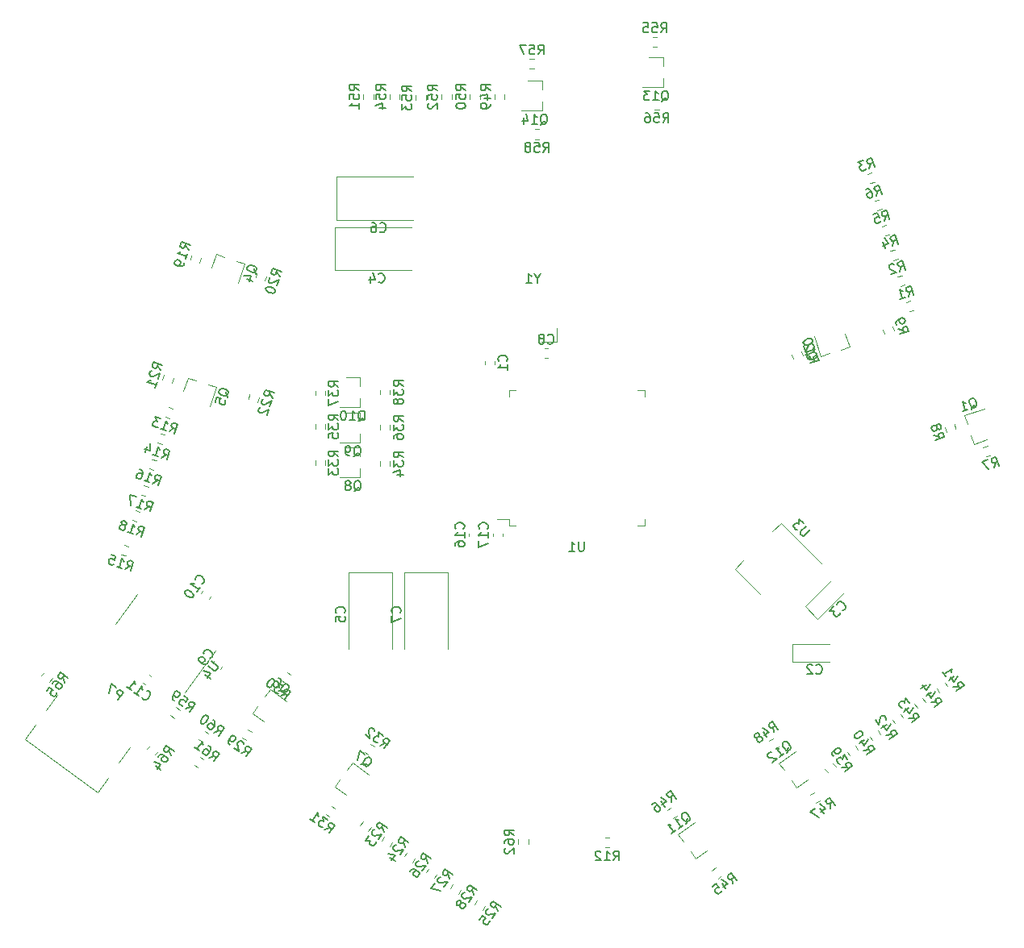
<source format=gbr>
%TF.GenerationSoftware,KiCad,Pcbnew,(5.1.7-0-10_14)*%
%TF.CreationDate,2021-04-07T15:47:16+02:00*%
%TF.ProjectId,Octogone_Sans_Regle,4f63746f-676f-46e6-955f-53616e735f52,rev?*%
%TF.SameCoordinates,Original*%
%TF.FileFunction,Legend,Bot*%
%TF.FilePolarity,Positive*%
%FSLAX46Y46*%
G04 Gerber Fmt 4.6, Leading zero omitted, Abs format (unit mm)*
G04 Created by KiCad (PCBNEW (5.1.7-0-10_14)) date 2021-04-07 15:47:16*
%MOMM*%
%LPD*%
G01*
G04 APERTURE LIST*
%ADD10C,0.120000*%
%ADD11C,0.150000*%
G04 APERTURE END LIST*
D10*
%TO.C,U4*%
X87493626Y-121374193D02*
X85465767Y-124165302D01*
X87493626Y-121374193D02*
X88639807Y-119796610D01*
X79306374Y-115425807D02*
X78160193Y-117003390D01*
X79306374Y-115425807D02*
X80452555Y-113848223D01*
%TO.C,R60*%
X87284828Y-129362168D02*
X86900936Y-129083255D01*
X87899064Y-128516745D02*
X87515172Y-128237832D01*
%TO.C,R59*%
X84284828Y-126862168D02*
X83900936Y-126583255D01*
X84899064Y-126016745D02*
X84515172Y-125737832D01*
%TO.C,C11*%
X81659051Y-122349236D02*
X81886514Y-122514498D01*
X81059510Y-123174434D02*
X81286973Y-123339696D01*
%TO.C,C10*%
X88141907Y-114144653D02*
X87972701Y-114369198D01*
X87327299Y-113530802D02*
X87158093Y-113755347D01*
%TO.C,C9*%
X89339696Y-121513027D02*
X89174434Y-121740490D01*
X88514498Y-120913486D02*
X88349236Y-121140949D01*
%TO.C,R1*%
X161887107Y-84023610D02*
X161435816Y-84170244D01*
X161564184Y-83029756D02*
X161112893Y-83176390D01*
%TO.C,R58*%
X122137742Y-65027500D02*
X122612258Y-65027500D01*
X122137742Y-66072500D02*
X122612258Y-66072500D01*
%TO.C,R57*%
X122087258Y-58672500D02*
X121612742Y-58672500D01*
X122087258Y-57627500D02*
X121612742Y-57627500D01*
%TO.C,R24*%
X106087832Y-139734828D02*
X106366745Y-139350936D01*
X106933255Y-140349064D02*
X107212168Y-139965172D01*
%TO.C,R23*%
X103837832Y-138134828D02*
X104116745Y-137750936D01*
X104683255Y-138749064D02*
X104962168Y-138365172D01*
%TO.C,R14*%
X82885816Y-96979756D02*
X83337107Y-97126390D01*
X82562893Y-97973610D02*
X83014184Y-98120244D01*
%TO.C,R16*%
X81985816Y-99679756D02*
X82437107Y-99826390D01*
X81662893Y-100673610D02*
X82114184Y-100820244D01*
%TO.C,R17*%
X81135816Y-102429756D02*
X81587107Y-102576390D01*
X80812893Y-103423610D02*
X81264184Y-103570244D01*
%TO.C,R18*%
X80251194Y-105074817D02*
X80702485Y-105221451D01*
X79928271Y-106068671D02*
X80379562Y-106215305D01*
%TO.C,R25*%
X115787832Y-146434828D02*
X116066745Y-146050936D01*
X116633255Y-147049064D02*
X116912168Y-146665172D01*
%TO.C,R26*%
X108452909Y-141402267D02*
X108731822Y-141018375D01*
X109298332Y-142016503D02*
X109577245Y-141632611D01*
%TO.C,Q8*%
X103830000Y-98430000D02*
X102370000Y-98430000D01*
X103830000Y-101590000D02*
X101670000Y-101590000D01*
X103830000Y-101590000D02*
X103830000Y-100660000D01*
X103830000Y-98430000D02*
X103830000Y-99360000D01*
%TO.C,R3*%
X157787107Y-70573610D02*
X157335816Y-70720244D01*
X157464184Y-69579756D02*
X157012893Y-69726390D01*
%TO.C,R32*%
X104684828Y-130712168D02*
X104300936Y-130433255D01*
X105299064Y-129866745D02*
X104915172Y-129587832D01*
%TO.C,R31*%
X100815172Y-136137832D02*
X101199064Y-136416745D01*
X100200936Y-136983255D02*
X100584828Y-137262168D01*
%TO.C,R30*%
X96165172Y-122087832D02*
X96549064Y-122366745D01*
X95550936Y-122933255D02*
X95934828Y-123212168D01*
%TO.C,R29*%
X92065172Y-128087832D02*
X92449064Y-128366745D01*
X91450936Y-128933255D02*
X91834828Y-129212168D01*
%TO.C,R22*%
X92074817Y-93348806D02*
X92221451Y-92897515D01*
X93068671Y-93671729D02*
X93215305Y-93220438D01*
%TO.C,R21*%
X84220244Y-91185816D02*
X84073610Y-91637107D01*
X83226390Y-90862893D02*
X83079756Y-91314184D01*
%TO.C,R20*%
X92834695Y-80629562D02*
X92981329Y-80178271D01*
X93828549Y-80952485D02*
X93975183Y-80501194D01*
%TO.C,R19*%
X87120244Y-78585816D02*
X86973610Y-79037107D01*
X86126390Y-78262893D02*
X85979756Y-78714184D01*
%TO.C,R10*%
X149276390Y-89137107D02*
X149129756Y-88685816D01*
X150270244Y-88814184D02*
X150123610Y-88362893D01*
%TO.C,R9*%
X158826390Y-86537107D02*
X158679756Y-86085816D01*
X159820244Y-86214184D02*
X159673610Y-85762893D01*
%TO.C,R8*%
X166168671Y-96028271D02*
X166315305Y-96479562D01*
X165174817Y-96351194D02*
X165321451Y-96802485D01*
%TO.C,R7*%
X169178271Y-98431329D02*
X169629562Y-98284695D01*
X169501194Y-99425183D02*
X169952485Y-99278549D01*
%TO.C,R38*%
X105927500Y-92887258D02*
X105927500Y-92412742D01*
X106972500Y-92887258D02*
X106972500Y-92412742D01*
%TO.C,R37*%
X99127500Y-92987258D02*
X99127500Y-92512742D01*
X100172500Y-92987258D02*
X100172500Y-92512742D01*
%TO.C,R36*%
X105927500Y-96587258D02*
X105927500Y-96112742D01*
X106972500Y-96587258D02*
X106972500Y-96112742D01*
%TO.C,R35*%
X99127500Y-96487258D02*
X99127500Y-96012742D01*
X100172500Y-96487258D02*
X100172500Y-96012742D01*
%TO.C,R34*%
X105927500Y-100387258D02*
X105927500Y-99912742D01*
X106972500Y-100387258D02*
X106972500Y-99912742D01*
%TO.C,R13*%
X83720438Y-94234695D02*
X84171729Y-94381329D01*
X83397515Y-95228549D02*
X83848806Y-95375183D01*
%TO.C,R33*%
X99127500Y-100287258D02*
X99127500Y-99812742D01*
X100172500Y-100287258D02*
X100172500Y-99812742D01*
%TO.C,Q2*%
X155161324Y-87880304D02*
X154710159Y-86491762D01*
X152155986Y-88856798D02*
X151488509Y-86802516D01*
X152155986Y-88856798D02*
X153040468Y-88569412D01*
X155161324Y-87880304D02*
X154276842Y-88167690D01*
%TO.C,U1*%
X119440000Y-105960000D02*
X118150000Y-105960000D01*
X119440000Y-106660000D02*
X119440000Y-105960000D01*
X120140000Y-106660000D02*
X119440000Y-106660000D01*
X133660000Y-106660000D02*
X133660000Y-105960000D01*
X132960000Y-106660000D02*
X133660000Y-106660000D01*
X119440000Y-92440000D02*
X119440000Y-93140000D01*
X120140000Y-92440000D02*
X119440000Y-92440000D01*
X133660000Y-92440000D02*
X133660000Y-93140000D01*
X132960000Y-92440000D02*
X133660000Y-92440000D01*
%TO.C,P7*%
X76260017Y-134667757D02*
X68655258Y-129142576D01*
X72064412Y-124450277D02*
X70888842Y-126068311D01*
X69772050Y-127605443D02*
X68655258Y-129142576D01*
X79669172Y-129975458D02*
X78493601Y-131593492D01*
X77376809Y-133130625D02*
X76260017Y-134667757D01*
%TO.C,Q1*%
X168215444Y-98087522D02*
X169603986Y-97636357D01*
X167238950Y-95082184D02*
X169293232Y-94414707D01*
X167238950Y-95082184D02*
X167526336Y-95966666D01*
X168215444Y-98087522D02*
X167928058Y-97203040D01*
%TO.C,R4*%
X160237107Y-78673610D02*
X159785816Y-78820244D01*
X159914184Y-77679756D02*
X159462893Y-77826390D01*
%TO.C,R5*%
X159352485Y-76078549D02*
X158901194Y-76225183D01*
X159029562Y-75084695D02*
X158578271Y-75231329D01*
%TO.C,R6*%
X158552485Y-73428549D02*
X158101194Y-73575183D01*
X158229562Y-72434695D02*
X157778271Y-72581329D01*
%TO.C,R15*%
X79085816Y-108679756D02*
X79537107Y-108826390D01*
X78762893Y-109673610D02*
X79214184Y-109820244D01*
%TO.C,Q10*%
X103810000Y-91070000D02*
X102350000Y-91070000D01*
X103810000Y-94230000D02*
X101650000Y-94230000D01*
X103810000Y-94230000D02*
X103810000Y-93300000D01*
X103810000Y-91070000D02*
X103810000Y-92000000D01*
%TO.C,Q9*%
X103810000Y-94770000D02*
X102350000Y-94770000D01*
X103810000Y-97930000D02*
X101650000Y-97930000D01*
X103810000Y-97930000D02*
X103810000Y-97000000D01*
X103810000Y-94770000D02*
X103810000Y-95700000D01*
%TO.C,Q5*%
X85732184Y-91138950D02*
X85281019Y-92527493D01*
X88737522Y-92115444D02*
X88070046Y-94169726D01*
X88737522Y-92115444D02*
X87853040Y-91828058D01*
X85732184Y-91138950D02*
X86616666Y-91426336D01*
%TO.C,Q4*%
X88697037Y-78166272D02*
X88245872Y-79554815D01*
X91702375Y-79142766D02*
X91034899Y-81197048D01*
X91702375Y-79142766D02*
X90817893Y-78855380D01*
X88697037Y-78166272D02*
X89581519Y-78453658D01*
%TO.C,R61*%
X86784828Y-132062168D02*
X86400936Y-131783255D01*
X87399064Y-131216745D02*
X87015172Y-130937832D01*
%TO.C,C6*%
X101325000Y-70040000D02*
X109385000Y-70040000D01*
X101325000Y-74560000D02*
X101325000Y-70040000D01*
X109385000Y-74560000D02*
X101325000Y-74560000D01*
%TO.C,C7*%
X113010000Y-111585000D02*
X113010000Y-119645000D01*
X108490000Y-111585000D02*
X113010000Y-111585000D01*
X108490000Y-119645000D02*
X108490000Y-111585000D01*
%TO.C,C16*%
X116250000Y-107479420D02*
X116250000Y-107760580D01*
X115230000Y-107479420D02*
X115230000Y-107760580D01*
%TO.C,C17*%
X118760000Y-107479420D02*
X118760000Y-107760580D01*
X117740000Y-107479420D02*
X117740000Y-107760580D01*
%TO.C,R41*%
X164616745Y-124149064D02*
X164337832Y-123765172D01*
X165462168Y-123534828D02*
X165183255Y-123150936D01*
%TO.C,R42*%
X157566745Y-129199064D02*
X157287832Y-128815172D01*
X158412168Y-128584828D02*
X158133255Y-128200936D01*
%TO.C,R43*%
X159916745Y-127449064D02*
X159637832Y-127065172D01*
X160762168Y-126834828D02*
X160483255Y-126450936D01*
%TO.C,R44*%
X162266745Y-125799064D02*
X161987832Y-125415172D01*
X163112168Y-125184828D02*
X162833255Y-124800936D01*
%TO.C,R51*%
X105222500Y-61362742D02*
X105222500Y-61837258D01*
X104177500Y-61362742D02*
X104177500Y-61837258D01*
%TO.C,R52*%
X113422500Y-61387742D02*
X113422500Y-61862258D01*
X112377500Y-61387742D02*
X112377500Y-61862258D01*
%TO.C,R53*%
X110722500Y-61462742D02*
X110722500Y-61937258D01*
X109677500Y-61462742D02*
X109677500Y-61937258D01*
%TO.C,R54*%
X107972500Y-61362742D02*
X107972500Y-61837258D01*
X106927500Y-61362742D02*
X106927500Y-61837258D01*
%TO.C,C1*%
X116890000Y-89690580D02*
X116890000Y-89409420D01*
X117910000Y-89690580D02*
X117910000Y-89409420D01*
%TO.C,C2*%
X149190000Y-119115000D02*
X153100000Y-119115000D01*
X149190000Y-120985000D02*
X149190000Y-119115000D01*
X153100000Y-120985000D02*
X149190000Y-120985000D01*
%TO.C,C3*%
X150505438Y-115172272D02*
X153270226Y-112407484D01*
X151827728Y-116494562D02*
X150505438Y-115172272D01*
X154592516Y-113729774D02*
X151827728Y-116494562D01*
%TO.C,C4*%
X101190000Y-75340000D02*
X109250000Y-75340000D01*
X101190000Y-79860000D02*
X101190000Y-75340000D01*
X109250000Y-79860000D02*
X101190000Y-79860000D01*
%TO.C,C5*%
X107160000Y-111585000D02*
X107160000Y-119645000D01*
X102640000Y-111585000D02*
X107160000Y-111585000D01*
X102640000Y-119645000D02*
X102640000Y-111585000D01*
%TO.C,R12*%
X129512742Y-139427500D02*
X129987258Y-139427500D01*
X129512742Y-140472500D02*
X129987258Y-140472500D01*
%TO.C,R62*%
X121472500Y-139612742D02*
X121472500Y-140087258D01*
X120427500Y-139612742D02*
X120427500Y-140087258D01*
%TO.C,R64*%
X81487832Y-130134828D02*
X81766745Y-129750936D01*
X82333255Y-130749064D02*
X82612168Y-130365172D01*
%TO.C,R65*%
X70387832Y-122434828D02*
X70666745Y-122050936D01*
X71233255Y-123049064D02*
X71512168Y-122665172D01*
%TO.C,U3*%
X152210372Y-110637904D02*
X147960660Y-106388192D01*
X145796913Y-113869382D02*
X143138192Y-111210660D01*
X147960660Y-106388192D02*
X147069706Y-107279146D01*
X143138192Y-111210660D02*
X144029146Y-110319706D01*
%TO.C,Y1*%
X124450000Y-85950000D02*
X124450000Y-87350000D01*
X124450000Y-87350000D02*
X122850000Y-87350000D01*
%TO.C,C8*%
X123490580Y-89060000D02*
X123209420Y-89060000D01*
X123490580Y-88040000D02*
X123209420Y-88040000D01*
%TO.C,R27*%
X110737832Y-143084828D02*
X111016745Y-142700936D01*
X111583255Y-143699064D02*
X111862168Y-143315172D01*
%TO.C,R28*%
X113287832Y-144734828D02*
X113566745Y-144350936D01*
X114133255Y-145349064D02*
X114412168Y-144965172D01*
%TO.C,R50*%
X116372500Y-61362742D02*
X116372500Y-61837258D01*
X115327500Y-61362742D02*
X115327500Y-61837258D01*
%TO.C,R49*%
X118972500Y-61362742D02*
X118972500Y-61837258D01*
X117927500Y-61362742D02*
X117927500Y-61837258D01*
%TO.C,R40*%
X155216745Y-130799064D02*
X154937832Y-130415172D01*
X156062168Y-130184828D02*
X155783255Y-129800936D01*
%TO.C,R2*%
X160987107Y-81373610D02*
X160535816Y-81520244D01*
X160664184Y-80379756D02*
X160212893Y-80526390D01*
%TO.C,R39*%
X152866745Y-132599064D02*
X152587832Y-132215172D01*
X153712168Y-131984828D02*
X153433255Y-131600936D01*
%TO.C,R56*%
X134712742Y-61927500D02*
X135187258Y-61927500D01*
X134712742Y-62972500D02*
X135187258Y-62972500D01*
%TO.C,R55*%
X134987258Y-56372500D02*
X134512742Y-56372500D01*
X134987258Y-55327500D02*
X134512742Y-55327500D01*
%TO.C,R48*%
X147749064Y-129833255D02*
X147365172Y-130112168D01*
X147134828Y-128987832D02*
X146750936Y-129266745D01*
%TO.C,R47*%
X151050936Y-134966745D02*
X151434828Y-134687832D01*
X151665172Y-135812168D02*
X152049064Y-135533255D01*
%TO.C,R46*%
X137049064Y-137133255D02*
X136665172Y-137412168D01*
X136434828Y-136287832D02*
X136050936Y-136566745D01*
%TO.C,R45*%
X140750936Y-142866745D02*
X141134828Y-142587832D01*
X141365172Y-143712168D02*
X141749064Y-143433255D01*
%TO.C,Q14*%
X122910000Y-59930000D02*
X121450000Y-59930000D01*
X122910000Y-63090000D02*
X120750000Y-63090000D01*
X122910000Y-63090000D02*
X122910000Y-62160000D01*
X122910000Y-59930000D02*
X122910000Y-60860000D01*
%TO.C,Q13*%
X135610000Y-57470000D02*
X134150000Y-57470000D01*
X135610000Y-60630000D02*
X133450000Y-60630000D01*
X135610000Y-60630000D02*
X135610000Y-59700000D01*
X135610000Y-57470000D02*
X135610000Y-58400000D01*
%TO.C,Q12*%
X149604689Y-134162944D02*
X150785854Y-133304777D01*
X147747287Y-131606450D02*
X149494764Y-130336834D01*
X147747287Y-131606450D02*
X148293928Y-132358836D01*
X149604689Y-134162944D02*
X149058048Y-133410558D01*
%TO.C,Q11*%
X139024689Y-141642944D02*
X140205854Y-140784777D01*
X137167287Y-139086450D02*
X138914764Y-137816834D01*
X137167287Y-139086450D02*
X137713928Y-139838836D01*
X139024689Y-141642944D02*
X138478048Y-140890558D01*
%TO.C,Q7*%
X101156446Y-134081530D02*
X102337611Y-134939697D01*
X103013848Y-131525036D02*
X104761324Y-132794653D01*
X103013848Y-131525036D02*
X102467207Y-132277422D01*
X101156446Y-134081530D02*
X101703087Y-133329144D01*
%TO.C,Q6*%
X92506446Y-126381530D02*
X93687611Y-127239697D01*
X94363848Y-123825036D02*
X96111324Y-125094653D01*
X94363848Y-123825036D02*
X93817207Y-124577422D01*
X92506446Y-126381530D02*
X93053087Y-125629144D01*
%TO.C,U4*%
D11*
X88178003Y-120929656D02*
X88832921Y-121405482D01*
X88881981Y-121499987D01*
X88892516Y-121566501D01*
X88875061Y-121671540D01*
X88763102Y-121825638D01*
X88668597Y-121874698D01*
X88602083Y-121885233D01*
X88497044Y-121867778D01*
X87842125Y-121391952D01*
X87579992Y-122319848D02*
X88119337Y-122711705D01*
X87411744Y-121903307D02*
X88129562Y-122130530D01*
X87765695Y-122631350D01*
%TO.C,R60*%
X88488834Y-128395041D02*
X89038404Y-128205724D01*
X88951129Y-128730919D02*
X89538915Y-127921902D01*
X89230718Y-127697983D01*
X89125679Y-127680528D01*
X89059164Y-127691063D01*
X88964660Y-127740123D01*
X88880691Y-127855697D01*
X88863236Y-127960736D01*
X88873771Y-128027250D01*
X88922830Y-128121754D01*
X89231027Y-128345672D01*
X88383176Y-127082208D02*
X88537275Y-127194167D01*
X88586334Y-127288672D01*
X88596869Y-127355186D01*
X88589949Y-127526739D01*
X88516514Y-127708828D01*
X88292596Y-128017025D01*
X88198092Y-128066084D01*
X88131578Y-128076619D01*
X88026539Y-128059164D01*
X87872440Y-127947205D01*
X87823381Y-127852701D01*
X87812846Y-127786186D01*
X87830301Y-127681147D01*
X87970250Y-127488524D01*
X88064754Y-127439465D01*
X88131268Y-127428930D01*
X88236307Y-127446385D01*
X88390406Y-127558344D01*
X88439465Y-127652848D01*
X88450000Y-127719363D01*
X88432545Y-127824402D01*
X87805307Y-126662362D02*
X87728258Y-126606382D01*
X87623219Y-126588927D01*
X87556704Y-126599462D01*
X87462200Y-126648522D01*
X87311716Y-126774630D01*
X87171767Y-126967253D01*
X87098333Y-127149342D01*
X87080878Y-127254381D01*
X87091413Y-127320895D01*
X87140472Y-127415399D01*
X87217522Y-127471379D01*
X87322561Y-127488834D01*
X87389075Y-127478299D01*
X87483579Y-127429239D01*
X87634063Y-127303131D01*
X87774012Y-127110508D01*
X87847446Y-126928419D01*
X87864901Y-126823380D01*
X87854366Y-126756866D01*
X87805307Y-126662362D01*
%TO.C,R59*%
X85494712Y-125886951D02*
X86044282Y-125697634D01*
X85957007Y-126222829D02*
X86544793Y-125413812D01*
X86236596Y-125189893D01*
X86131557Y-125172438D01*
X86065042Y-125182973D01*
X85970538Y-125232033D01*
X85886569Y-125347607D01*
X85869114Y-125452646D01*
X85879649Y-125519160D01*
X85928708Y-125613664D01*
X86236905Y-125837582D01*
X85350529Y-124546129D02*
X85735776Y-124826026D01*
X85494403Y-125239262D01*
X85483868Y-125172748D01*
X85434808Y-125078244D01*
X85242185Y-124938295D01*
X85137146Y-124920840D01*
X85070632Y-124931375D01*
X84976128Y-124980434D01*
X84836179Y-125173057D01*
X84818724Y-125278096D01*
X84829259Y-125344611D01*
X84878318Y-125439115D01*
X85070941Y-125579064D01*
X85175980Y-125596519D01*
X85242495Y-125585984D01*
X84338973Y-125047258D02*
X84184875Y-124935299D01*
X84135815Y-124840795D01*
X84125281Y-124774280D01*
X84132201Y-124602727D01*
X84205635Y-124420639D01*
X84429553Y-124112442D01*
X84524058Y-124063382D01*
X84590572Y-124052848D01*
X84695611Y-124070302D01*
X84849709Y-124182262D01*
X84898769Y-124276766D01*
X84909304Y-124343280D01*
X84891849Y-124448319D01*
X84751900Y-124640942D01*
X84657396Y-124690002D01*
X84590881Y-124700537D01*
X84485842Y-124683082D01*
X84331744Y-124571123D01*
X84282684Y-124476618D01*
X84272150Y-124410104D01*
X84289605Y-124305065D01*
%TO.C,C11*%
X80942638Y-124668156D02*
X80953172Y-124734670D01*
X81040756Y-124857164D01*
X81117806Y-124913144D01*
X81261369Y-124958589D01*
X81394398Y-124937519D01*
X81488902Y-124888460D01*
X81639386Y-124762351D01*
X81723355Y-124646777D01*
X81796790Y-124464689D01*
X81814245Y-124359650D01*
X81793175Y-124226621D01*
X81705591Y-124104127D01*
X81628542Y-124048147D01*
X81484978Y-124002703D01*
X81418464Y-124013238D01*
X80116166Y-124185410D02*
X80578461Y-124521287D01*
X80347313Y-124353348D02*
X80935099Y-123544331D01*
X80928179Y-123715885D01*
X80949248Y-123848914D01*
X80998308Y-123943418D01*
X79345673Y-123625614D02*
X79807969Y-123961492D01*
X79576821Y-123793553D02*
X80164606Y-122984536D01*
X80157686Y-123156089D01*
X80178756Y-123289118D01*
X80227815Y-123383622D01*
%TO.C,C10*%
X87180059Y-112790930D02*
X87246747Y-112781557D01*
X87370751Y-112696125D01*
X87428066Y-112620064D01*
X87476010Y-112477315D01*
X87457265Y-112343939D01*
X87409862Y-112248593D01*
X87286399Y-112095931D01*
X87172308Y-112009958D01*
X86991529Y-111933357D01*
X86886811Y-111914071D01*
X86753435Y-111932816D01*
X86629431Y-112018249D01*
X86572115Y-112094310D01*
X86524172Y-112237058D01*
X86533544Y-112303746D01*
X86682962Y-113608851D02*
X87026856Y-113152488D01*
X86854909Y-113380669D02*
X86056274Y-112778854D01*
X86227680Y-112788767D01*
X86361056Y-112770023D01*
X86456402Y-112722620D01*
X85511774Y-113501429D02*
X85454459Y-113577490D01*
X85435173Y-113682208D01*
X85444545Y-113748896D01*
X85491948Y-113844242D01*
X85615411Y-113996904D01*
X85805563Y-114140193D01*
X85986342Y-114216794D01*
X86091060Y-114236080D01*
X86157748Y-114226707D01*
X86253094Y-114179305D01*
X86310410Y-114103244D01*
X86329695Y-113998526D01*
X86320323Y-113931838D01*
X86272920Y-113836492D01*
X86149457Y-113683830D01*
X85959306Y-113540541D01*
X85778527Y-113463940D01*
X85673808Y-113444654D01*
X85607120Y-113454027D01*
X85511774Y-113501429D01*
%TO.C,C9*%
X88074470Y-120561542D02*
X88140985Y-120551007D01*
X88263479Y-120463423D01*
X88319458Y-120386373D01*
X88364903Y-120242810D01*
X88343833Y-120109781D01*
X88294774Y-120015277D01*
X88168665Y-119864793D01*
X88053091Y-119780824D01*
X87871003Y-119707389D01*
X87765964Y-119689934D01*
X87632935Y-119711004D01*
X87510441Y-119798588D01*
X87454462Y-119875637D01*
X87409017Y-120019201D01*
X87419552Y-120085715D01*
X87871622Y-121002767D02*
X87759663Y-121156866D01*
X87665159Y-121205925D01*
X87598644Y-121216460D01*
X87427091Y-121209540D01*
X87245003Y-121136106D01*
X86936806Y-120912187D01*
X86887746Y-120817683D01*
X86877211Y-120751169D01*
X86894666Y-120646130D01*
X87006625Y-120492031D01*
X87101129Y-120442972D01*
X87167644Y-120432437D01*
X87272683Y-120449892D01*
X87465306Y-120589841D01*
X87514365Y-120684345D01*
X87524900Y-120750859D01*
X87507445Y-120855898D01*
X87395486Y-121009997D01*
X87300982Y-121059056D01*
X87234468Y-121069591D01*
X87129429Y-121052136D01*
%TO.C,R1*%
X161356408Y-82618726D02*
X161526276Y-82062836D01*
X161899869Y-82442144D02*
X161590852Y-81491088D01*
X161228545Y-81608809D01*
X161152683Y-81683527D01*
X161122110Y-81743531D01*
X161106252Y-81848823D01*
X161150397Y-81984688D01*
X161225116Y-82060550D01*
X161285119Y-82091123D01*
X161390411Y-82106981D01*
X161752718Y-81989260D01*
X160450640Y-82913027D02*
X160994101Y-82736446D01*
X160722371Y-82824737D02*
X160413354Y-81873680D01*
X160548076Y-81980115D01*
X160668083Y-82041262D01*
X160773375Y-82057120D01*
%TO.C,R58*%
X123017857Y-67432380D02*
X123351190Y-66956190D01*
X123589285Y-67432380D02*
X123589285Y-66432380D01*
X123208333Y-66432380D01*
X123113095Y-66480000D01*
X123065476Y-66527619D01*
X123017857Y-66622857D01*
X123017857Y-66765714D01*
X123065476Y-66860952D01*
X123113095Y-66908571D01*
X123208333Y-66956190D01*
X123589285Y-66956190D01*
X122113095Y-66432380D02*
X122589285Y-66432380D01*
X122636904Y-66908571D01*
X122589285Y-66860952D01*
X122494047Y-66813333D01*
X122255952Y-66813333D01*
X122160714Y-66860952D01*
X122113095Y-66908571D01*
X122065476Y-67003809D01*
X122065476Y-67241904D01*
X122113095Y-67337142D01*
X122160714Y-67384761D01*
X122255952Y-67432380D01*
X122494047Y-67432380D01*
X122589285Y-67384761D01*
X122636904Y-67337142D01*
X121494047Y-66860952D02*
X121589285Y-66813333D01*
X121636904Y-66765714D01*
X121684523Y-66670476D01*
X121684523Y-66622857D01*
X121636904Y-66527619D01*
X121589285Y-66480000D01*
X121494047Y-66432380D01*
X121303571Y-66432380D01*
X121208333Y-66480000D01*
X121160714Y-66527619D01*
X121113095Y-66622857D01*
X121113095Y-66670476D01*
X121160714Y-66765714D01*
X121208333Y-66813333D01*
X121303571Y-66860952D01*
X121494047Y-66860952D01*
X121589285Y-66908571D01*
X121636904Y-66956190D01*
X121684523Y-67051428D01*
X121684523Y-67241904D01*
X121636904Y-67337142D01*
X121589285Y-67384761D01*
X121494047Y-67432380D01*
X121303571Y-67432380D01*
X121208333Y-67384761D01*
X121160714Y-67337142D01*
X121113095Y-67241904D01*
X121113095Y-67051428D01*
X121160714Y-66956190D01*
X121208333Y-66908571D01*
X121303571Y-66860952D01*
%TO.C,R57*%
X122492857Y-57172380D02*
X122826190Y-56696190D01*
X123064285Y-57172380D02*
X123064285Y-56172380D01*
X122683333Y-56172380D01*
X122588095Y-56220000D01*
X122540476Y-56267619D01*
X122492857Y-56362857D01*
X122492857Y-56505714D01*
X122540476Y-56600952D01*
X122588095Y-56648571D01*
X122683333Y-56696190D01*
X123064285Y-56696190D01*
X121588095Y-56172380D02*
X122064285Y-56172380D01*
X122111904Y-56648571D01*
X122064285Y-56600952D01*
X121969047Y-56553333D01*
X121730952Y-56553333D01*
X121635714Y-56600952D01*
X121588095Y-56648571D01*
X121540476Y-56743809D01*
X121540476Y-56981904D01*
X121588095Y-57077142D01*
X121635714Y-57124761D01*
X121730952Y-57172380D01*
X121969047Y-57172380D01*
X122064285Y-57124761D01*
X122111904Y-57077142D01*
X121207142Y-56172380D02*
X120540476Y-56172380D01*
X120969047Y-57172380D01*
%TO.C,R24*%
X108550739Y-140436353D02*
X108361422Y-139886783D01*
X108886617Y-139974058D02*
X108077600Y-139386272D01*
X107853681Y-139694469D01*
X107836226Y-139799508D01*
X107846761Y-139866023D01*
X107895821Y-139960527D01*
X108011395Y-140044496D01*
X108116434Y-140061951D01*
X108182948Y-140051416D01*
X108277452Y-140002357D01*
X108501370Y-139694160D01*
X107594853Y-140212744D02*
X107528339Y-140223279D01*
X107433835Y-140272339D01*
X107293886Y-140464962D01*
X107276431Y-140570001D01*
X107286966Y-140636515D01*
X107336025Y-140731019D01*
X107413075Y-140786999D01*
X107556638Y-140832443D01*
X108354811Y-140706025D01*
X107990944Y-141206845D01*
X106947783Y-141508432D02*
X107487128Y-141900289D01*
X106779535Y-141091890D02*
X107497353Y-141319114D01*
X107133486Y-141819934D01*
%TO.C,R23*%
X106300739Y-138836353D02*
X106111422Y-138286783D01*
X106636617Y-138374058D02*
X105827600Y-137786272D01*
X105603681Y-138094469D01*
X105586226Y-138199508D01*
X105596761Y-138266023D01*
X105645821Y-138360527D01*
X105761395Y-138444496D01*
X105866434Y-138461951D01*
X105932948Y-138451416D01*
X106027452Y-138402357D01*
X106251370Y-138094160D01*
X105344853Y-138612744D02*
X105278339Y-138623279D01*
X105183835Y-138672339D01*
X105043886Y-138864962D01*
X105026431Y-138970001D01*
X105036966Y-139036515D01*
X105086025Y-139131019D01*
X105163075Y-139186999D01*
X105306638Y-139232443D01*
X106104811Y-139106025D01*
X105740944Y-139606845D01*
X104735998Y-139288732D02*
X104372131Y-139789552D01*
X104876257Y-139743798D01*
X104792287Y-139859372D01*
X104774832Y-139964411D01*
X104785367Y-140030926D01*
X104834427Y-140125430D01*
X105027050Y-140265379D01*
X105132089Y-140282834D01*
X105198603Y-140272299D01*
X105293107Y-140223239D01*
X105461046Y-139992092D01*
X105478501Y-139887053D01*
X105467966Y-139820538D01*
%TO.C,R14*%
X82979706Y-99538904D02*
X83443875Y-99189026D01*
X83523166Y-99715485D02*
X83832183Y-98764429D01*
X83469876Y-98646708D01*
X83364584Y-98662566D01*
X83304581Y-98693140D01*
X83229862Y-98769001D01*
X83185717Y-98904866D01*
X83201575Y-99010158D01*
X83232148Y-99070162D01*
X83308010Y-99144880D01*
X83670317Y-99262601D01*
X82073937Y-99244602D02*
X82617398Y-99421183D01*
X82345668Y-99332893D02*
X82654685Y-98381836D01*
X82701116Y-98547132D01*
X82762263Y-98667139D01*
X82838125Y-98741857D01*
X81464757Y-98345693D02*
X81258746Y-98979731D01*
X81808920Y-98056961D02*
X81814636Y-98809863D01*
X81225887Y-98618566D01*
%TO.C,R16*%
X82079706Y-102238904D02*
X82543875Y-101889026D01*
X82623166Y-102415485D02*
X82932183Y-101464429D01*
X82569876Y-101346708D01*
X82464584Y-101362566D01*
X82404581Y-101393140D01*
X82329862Y-101469001D01*
X82285717Y-101604866D01*
X82301575Y-101710158D01*
X82332148Y-101770162D01*
X82408010Y-101844880D01*
X82770317Y-101962601D01*
X81173937Y-101944602D02*
X81717398Y-102121183D01*
X81445668Y-102032893D02*
X81754685Y-101081836D01*
X81801116Y-101247132D01*
X81862263Y-101367139D01*
X81938125Y-101441857D01*
X80667763Y-100728674D02*
X80848917Y-100787534D01*
X80924778Y-100862253D01*
X80955352Y-100922256D01*
X81001783Y-101087552D01*
X80988211Y-101283421D01*
X80870491Y-101645728D01*
X80795772Y-101721590D01*
X80735769Y-101752163D01*
X80630477Y-101768021D01*
X80449323Y-101709161D01*
X80373461Y-101634442D01*
X80342888Y-101574439D01*
X80327030Y-101469147D01*
X80400605Y-101242705D01*
X80475324Y-101166843D01*
X80535327Y-101136270D01*
X80640619Y-101120411D01*
X80821773Y-101179272D01*
X80897635Y-101253990D01*
X80928208Y-101313994D01*
X80944066Y-101419286D01*
%TO.C,R17*%
X81229706Y-104988904D02*
X81693875Y-104639026D01*
X81773166Y-105165485D02*
X82082183Y-104214429D01*
X81719876Y-104096708D01*
X81614584Y-104112566D01*
X81554581Y-104143140D01*
X81479862Y-104219001D01*
X81435717Y-104354866D01*
X81451575Y-104460158D01*
X81482148Y-104520162D01*
X81558010Y-104594880D01*
X81920317Y-104712601D01*
X80323937Y-104694602D02*
X80867398Y-104871183D01*
X80595668Y-104782893D02*
X80904685Y-103831836D01*
X80951116Y-103997132D01*
X81012263Y-104117139D01*
X81088125Y-104191857D01*
X80315936Y-103640540D02*
X79681898Y-103434529D01*
X79780477Y-104518021D01*
%TO.C,R18*%
X80345084Y-107633965D02*
X80809253Y-107284087D01*
X80888544Y-107810546D02*
X81197561Y-106859490D01*
X80835254Y-106741769D01*
X80729962Y-106757627D01*
X80669959Y-106788201D01*
X80595240Y-106864062D01*
X80551095Y-106999927D01*
X80566953Y-107105219D01*
X80597526Y-107165223D01*
X80673388Y-107239941D01*
X81035695Y-107357662D01*
X79439315Y-107339663D02*
X79982776Y-107516244D01*
X79711046Y-107427954D02*
X80020063Y-106476897D01*
X80066494Y-106642193D01*
X80127641Y-106762200D01*
X80203503Y-106836918D01*
X79072436Y-106619621D02*
X79177728Y-106603763D01*
X79237731Y-106573190D01*
X79312450Y-106497328D01*
X79327165Y-106452040D01*
X79311307Y-106346748D01*
X79280733Y-106286744D01*
X79204872Y-106212026D01*
X79023718Y-106153165D01*
X78918426Y-106169023D01*
X78858423Y-106199597D01*
X78783704Y-106275458D01*
X78768989Y-106320747D01*
X78784847Y-106426039D01*
X78815420Y-106486042D01*
X78891282Y-106560761D01*
X79072436Y-106619621D01*
X79148297Y-106694340D01*
X79178871Y-106754343D01*
X79194729Y-106859635D01*
X79135869Y-107040789D01*
X79061150Y-107116651D01*
X79001147Y-107147224D01*
X78895855Y-107163082D01*
X78714701Y-107104222D01*
X78638839Y-107029503D01*
X78608266Y-106969500D01*
X78592408Y-106864208D01*
X78651268Y-106683054D01*
X78725987Y-106607192D01*
X78785990Y-106576619D01*
X78891282Y-106560761D01*
%TO.C,R25*%
X118250739Y-147136353D02*
X118061422Y-146586783D01*
X118586617Y-146674058D02*
X117777600Y-146086272D01*
X117553681Y-146394469D01*
X117536226Y-146499508D01*
X117546761Y-146566023D01*
X117595821Y-146660527D01*
X117711395Y-146744496D01*
X117816434Y-146761951D01*
X117882948Y-146751416D01*
X117977452Y-146702357D01*
X118201370Y-146394160D01*
X117294853Y-146912744D02*
X117228339Y-146923279D01*
X117133835Y-146972339D01*
X116993886Y-147164962D01*
X116976431Y-147270001D01*
X116986966Y-147336515D01*
X117036025Y-147431019D01*
X117113075Y-147486999D01*
X117256638Y-147532443D01*
X118054811Y-147406025D01*
X117690944Y-147906845D01*
X116350121Y-148051028D02*
X116630019Y-147665782D01*
X117043255Y-147907155D01*
X116976740Y-147917690D01*
X116882236Y-147966749D01*
X116742287Y-148159372D01*
X116724832Y-148264411D01*
X116735367Y-148330926D01*
X116784427Y-148425430D01*
X116977050Y-148565379D01*
X117082089Y-148582834D01*
X117148603Y-148572299D01*
X117243107Y-148523239D01*
X117383056Y-148330616D01*
X117400511Y-148225577D01*
X117389976Y-148159063D01*
%TO.C,R26*%
X110915816Y-142103792D02*
X110726499Y-141554222D01*
X111251694Y-141641497D02*
X110442677Y-141053711D01*
X110218758Y-141361908D01*
X110201303Y-141466947D01*
X110211838Y-141533462D01*
X110260898Y-141627966D01*
X110376472Y-141711935D01*
X110481511Y-141729390D01*
X110548025Y-141718855D01*
X110642529Y-141669796D01*
X110866447Y-141361599D01*
X109959930Y-141880183D02*
X109893416Y-141890718D01*
X109798912Y-141939778D01*
X109658963Y-142132401D01*
X109641508Y-142237440D01*
X109652043Y-142303954D01*
X109701102Y-142398458D01*
X109778152Y-142454438D01*
X109921715Y-142499882D01*
X110719888Y-142373464D01*
X110356021Y-142874284D01*
X109043188Y-142979942D02*
X109155147Y-142825844D01*
X109249651Y-142776784D01*
X109316166Y-142766249D01*
X109487719Y-142773170D01*
X109669807Y-142846604D01*
X109978004Y-143070522D01*
X110027064Y-143165026D01*
X110037598Y-143231541D01*
X110020144Y-143336580D01*
X109908184Y-143490678D01*
X109813680Y-143539738D01*
X109747166Y-143550273D01*
X109642127Y-143532818D01*
X109449504Y-143392869D01*
X109400444Y-143298365D01*
X109389909Y-143231850D01*
X109407364Y-143126811D01*
X109519324Y-142972713D01*
X109613828Y-142923653D01*
X109680342Y-142913118D01*
X109785381Y-142930573D01*
%TO.C,Q8*%
X103165238Y-103057619D02*
X103260476Y-103010000D01*
X103355714Y-102914761D01*
X103498571Y-102771904D01*
X103593809Y-102724285D01*
X103689047Y-102724285D01*
X103641428Y-102962380D02*
X103736666Y-102914761D01*
X103831904Y-102819523D01*
X103879523Y-102629047D01*
X103879523Y-102295714D01*
X103831904Y-102105238D01*
X103736666Y-102010000D01*
X103641428Y-101962380D01*
X103450952Y-101962380D01*
X103355714Y-102010000D01*
X103260476Y-102105238D01*
X103212857Y-102295714D01*
X103212857Y-102629047D01*
X103260476Y-102819523D01*
X103355714Y-102914761D01*
X103450952Y-102962380D01*
X103641428Y-102962380D01*
X102641428Y-102390952D02*
X102736666Y-102343333D01*
X102784285Y-102295714D01*
X102831904Y-102200476D01*
X102831904Y-102152857D01*
X102784285Y-102057619D01*
X102736666Y-102010000D01*
X102641428Y-101962380D01*
X102450952Y-101962380D01*
X102355714Y-102010000D01*
X102308095Y-102057619D01*
X102260476Y-102152857D01*
X102260476Y-102200476D01*
X102308095Y-102295714D01*
X102355714Y-102343333D01*
X102450952Y-102390952D01*
X102641428Y-102390952D01*
X102736666Y-102438571D01*
X102784285Y-102486190D01*
X102831904Y-102581428D01*
X102831904Y-102771904D01*
X102784285Y-102867142D01*
X102736666Y-102914761D01*
X102641428Y-102962380D01*
X102450952Y-102962380D01*
X102355714Y-102914761D01*
X102308095Y-102867142D01*
X102260476Y-102771904D01*
X102260476Y-102581428D01*
X102308095Y-102486190D01*
X102355714Y-102438571D01*
X102450952Y-102390952D01*
%TO.C,R3*%
X157256408Y-69168726D02*
X157426276Y-68612836D01*
X157799869Y-68992144D02*
X157490852Y-68041088D01*
X157128545Y-68158809D01*
X157052683Y-68233527D01*
X157022110Y-68293531D01*
X157006252Y-68398823D01*
X157050397Y-68534688D01*
X157125116Y-68610550D01*
X157185119Y-68641123D01*
X157290411Y-68656981D01*
X157652718Y-68539260D01*
X156630372Y-68320675D02*
X156041623Y-68511971D01*
X156476363Y-68771272D01*
X156340498Y-68815418D01*
X156264636Y-68890136D01*
X156234063Y-68950140D01*
X156218204Y-69055432D01*
X156291780Y-69281874D01*
X156366498Y-69357736D01*
X156426502Y-69388309D01*
X156531794Y-69404167D01*
X156803524Y-69315876D01*
X156879386Y-69241158D01*
X156909959Y-69181154D01*
%TO.C,R32*%
X105894712Y-129736951D02*
X106444282Y-129547634D01*
X106357007Y-130072829D02*
X106944793Y-129263812D01*
X106636596Y-129039893D01*
X106531557Y-129022438D01*
X106465042Y-129032973D01*
X106370538Y-129082033D01*
X106286569Y-129197607D01*
X106269114Y-129302646D01*
X106279649Y-129369160D01*
X106328708Y-129463664D01*
X106636905Y-129687582D01*
X106212825Y-128732006D02*
X105712005Y-128368139D01*
X105757759Y-128872264D01*
X105642185Y-128788295D01*
X105537146Y-128770840D01*
X105470632Y-128781375D01*
X105376128Y-128830434D01*
X105236179Y-129023057D01*
X105218724Y-129128096D01*
X105229259Y-129194611D01*
X105278318Y-129289115D01*
X105509466Y-129457054D01*
X105614505Y-129474509D01*
X105681019Y-129463974D01*
X105347828Y-128221270D02*
X105337294Y-128154756D01*
X105288234Y-128060251D01*
X105095611Y-127920302D01*
X104990572Y-127902848D01*
X104924058Y-127913382D01*
X104829553Y-127962442D01*
X104773574Y-128039491D01*
X104728129Y-128183055D01*
X104854547Y-128981227D01*
X104353727Y-128617360D01*
%TO.C,R31*%
X100113646Y-138600739D02*
X100663216Y-138411422D01*
X100575941Y-138936617D02*
X101163727Y-138127600D01*
X100855530Y-137903681D01*
X100750491Y-137886226D01*
X100683976Y-137896761D01*
X100589472Y-137945821D01*
X100505503Y-138061395D01*
X100488048Y-138166434D01*
X100498583Y-138232948D01*
X100547642Y-138327452D01*
X100855839Y-138551370D01*
X100431759Y-137595794D02*
X99930939Y-137231927D01*
X99976693Y-137736052D01*
X99861119Y-137652083D01*
X99756080Y-137634628D01*
X99689566Y-137645163D01*
X99595062Y-137694222D01*
X99455113Y-137886845D01*
X99437658Y-137991884D01*
X99448193Y-138058399D01*
X99497252Y-138152903D01*
X99728400Y-138320842D01*
X99833439Y-138338297D01*
X99899953Y-138327762D01*
X98572661Y-137481148D02*
X99034957Y-137817026D01*
X98803809Y-137649087D02*
X99391594Y-136840070D01*
X99384674Y-137011623D01*
X99405744Y-137144652D01*
X99454803Y-137239156D01*
%TO.C,R30*%
X95463646Y-124550739D02*
X96013216Y-124361422D01*
X95925941Y-124886617D02*
X96513727Y-124077600D01*
X96205530Y-123853681D01*
X96100491Y-123836226D01*
X96033976Y-123846761D01*
X95939472Y-123895821D01*
X95855503Y-124011395D01*
X95838048Y-124116434D01*
X95848583Y-124182948D01*
X95897642Y-124277452D01*
X96205839Y-124501370D01*
X95781759Y-123545794D02*
X95280939Y-123181927D01*
X95326693Y-123686052D01*
X95211119Y-123602083D01*
X95106080Y-123584628D01*
X95039566Y-123595163D01*
X94945062Y-123644222D01*
X94805113Y-123836845D01*
X94787658Y-123941884D01*
X94798193Y-124008399D01*
X94847252Y-124102903D01*
X95078400Y-124270842D01*
X95183439Y-124288297D01*
X95249953Y-124277762D01*
X94780119Y-122818060D02*
X94703070Y-122762080D01*
X94598031Y-122744625D01*
X94531516Y-122755160D01*
X94437012Y-122804220D01*
X94286528Y-122930328D01*
X94146579Y-123122951D01*
X94073145Y-123305040D01*
X94055690Y-123410079D01*
X94066225Y-123476593D01*
X94115284Y-123571097D01*
X94192334Y-123627077D01*
X94297373Y-123644532D01*
X94363887Y-123633997D01*
X94458391Y-123584937D01*
X94608875Y-123458829D01*
X94748824Y-123266206D01*
X94822258Y-123084117D01*
X94839713Y-122979078D01*
X94829178Y-122912564D01*
X94780119Y-122818060D01*
%TO.C,R29*%
X91363646Y-130550739D02*
X91913216Y-130361422D01*
X91825941Y-130886617D02*
X92413727Y-130077600D01*
X92105530Y-129853681D01*
X92000491Y-129836226D01*
X91933976Y-129846761D01*
X91839472Y-129895821D01*
X91755503Y-130011395D01*
X91738048Y-130116434D01*
X91748583Y-130182948D01*
X91797642Y-130277452D01*
X92105839Y-130501370D01*
X91587255Y-129594853D02*
X91576720Y-129528339D01*
X91527660Y-129433835D01*
X91335037Y-129293886D01*
X91229998Y-129276431D01*
X91163484Y-129286966D01*
X91068980Y-129336025D01*
X91013000Y-129413075D01*
X90967556Y-129556638D01*
X91093974Y-130354811D01*
X90593154Y-129990944D01*
X90207907Y-129711046D02*
X90053809Y-129599087D01*
X90004749Y-129504583D01*
X89994215Y-129438068D01*
X90001135Y-129266515D01*
X90074569Y-129084427D01*
X90298487Y-128776230D01*
X90392992Y-128727170D01*
X90459506Y-128716636D01*
X90564545Y-128734090D01*
X90718643Y-128846050D01*
X90767703Y-128940554D01*
X90778238Y-129007068D01*
X90760783Y-129112107D01*
X90620834Y-129304730D01*
X90526330Y-129353790D01*
X90459815Y-129364325D01*
X90354776Y-129346870D01*
X90200678Y-129234911D01*
X90151618Y-129140406D01*
X90141084Y-129073892D01*
X90158539Y-128968853D01*
%TO.C,R22*%
X94633965Y-93254915D02*
X94284087Y-92790746D01*
X94810546Y-92711455D02*
X93859490Y-92402438D01*
X93741769Y-92764745D01*
X93757627Y-92870037D01*
X93788201Y-92930040D01*
X93864062Y-93004759D01*
X93999927Y-93048904D01*
X94105219Y-93033046D01*
X94165223Y-93002473D01*
X94239941Y-92926611D01*
X94357662Y-92564304D01*
X93655765Y-93337636D02*
X93595761Y-93368209D01*
X93521043Y-93444071D01*
X93447467Y-93670513D01*
X93463325Y-93775805D01*
X93493899Y-93835808D01*
X93569760Y-93910527D01*
X93660337Y-93939957D01*
X93810917Y-93938814D01*
X94530959Y-93571934D01*
X94339663Y-94160684D01*
X93361463Y-94243404D02*
X93301459Y-94273977D01*
X93226741Y-94349839D01*
X93153165Y-94576281D01*
X93169023Y-94681573D01*
X93199597Y-94741576D01*
X93275458Y-94816295D01*
X93366035Y-94845725D01*
X93516616Y-94844582D01*
X94236658Y-94477702D01*
X94045361Y-95066452D01*
%TO.C,R21*%
X82918882Y-90336505D02*
X82569004Y-89872336D01*
X83095463Y-89793045D02*
X82144407Y-89484028D01*
X82026686Y-89846335D01*
X82042544Y-89951627D01*
X82073118Y-90011630D01*
X82148979Y-90086349D01*
X82284844Y-90130494D01*
X82390136Y-90114636D01*
X82450140Y-90084063D01*
X82524858Y-90008201D01*
X82642579Y-89645894D01*
X81940682Y-90419226D02*
X81880678Y-90449799D01*
X81805960Y-90525661D01*
X81732384Y-90752103D01*
X81748242Y-90857395D01*
X81778816Y-90917398D01*
X81854677Y-90992117D01*
X81945254Y-91021547D01*
X82095834Y-91020404D01*
X82815876Y-90653524D01*
X82624580Y-91242274D01*
X82330278Y-92148042D02*
X82506859Y-91604581D01*
X82418569Y-91876311D02*
X81467512Y-91567294D01*
X81632808Y-91520863D01*
X81752815Y-91459716D01*
X81827533Y-91383854D01*
%TO.C,R20*%
X95393843Y-80535671D02*
X95043965Y-80071502D01*
X95570424Y-79992211D02*
X94619368Y-79683194D01*
X94501647Y-80045501D01*
X94517505Y-80150793D01*
X94548079Y-80210796D01*
X94623940Y-80285515D01*
X94759805Y-80329660D01*
X94865097Y-80313802D01*
X94925101Y-80283229D01*
X94999819Y-80207367D01*
X95117540Y-79845060D01*
X94415643Y-80618392D02*
X94355639Y-80648965D01*
X94280921Y-80724827D01*
X94207345Y-80951269D01*
X94223203Y-81056561D01*
X94253777Y-81116564D01*
X94329638Y-81191283D01*
X94420215Y-81220713D01*
X94570795Y-81219570D01*
X95290837Y-80852690D01*
X95099541Y-81441440D01*
X93957188Y-81721172D02*
X93927758Y-81811749D01*
X93943617Y-81917041D01*
X93974190Y-81977044D01*
X94050052Y-82051763D01*
X94216490Y-82155911D01*
X94442932Y-82229487D01*
X94638801Y-82243059D01*
X94744093Y-82227201D01*
X94804096Y-82196627D01*
X94878815Y-82120766D01*
X94908245Y-82030189D01*
X94892387Y-81924897D01*
X94861813Y-81864893D01*
X94785952Y-81790175D01*
X94619513Y-81686026D01*
X94393071Y-81612451D01*
X94197202Y-81598879D01*
X94091911Y-81614737D01*
X94031907Y-81645310D01*
X93957188Y-81721172D01*
%TO.C,R19*%
X85818882Y-77736505D02*
X85469004Y-77272336D01*
X85995463Y-77193045D02*
X85044407Y-76884028D01*
X84926686Y-77246335D01*
X84942544Y-77351627D01*
X84973118Y-77411630D01*
X85048979Y-77486349D01*
X85184844Y-77530494D01*
X85290136Y-77514636D01*
X85350140Y-77484063D01*
X85424858Y-77408201D01*
X85542579Y-77045894D01*
X85524580Y-78642274D02*
X85701161Y-78098813D01*
X85612871Y-78370543D02*
X84661814Y-78061526D01*
X84827110Y-78015095D01*
X84947117Y-77953948D01*
X85021835Y-77878086D01*
X85377429Y-79095158D02*
X85318569Y-79276311D01*
X85243850Y-79352173D01*
X85183847Y-79382746D01*
X85018551Y-79429178D01*
X84822683Y-79415606D01*
X84460375Y-79297885D01*
X84384514Y-79223166D01*
X84353940Y-79163163D01*
X84338082Y-79057871D01*
X84396943Y-78876717D01*
X84471661Y-78800856D01*
X84531665Y-78770282D01*
X84636957Y-78754424D01*
X84863399Y-78828000D01*
X84939260Y-78902718D01*
X84969834Y-78962722D01*
X84985692Y-79068014D01*
X84926831Y-79249167D01*
X84852113Y-79325029D01*
X84792109Y-79355602D01*
X84686817Y-79371461D01*
%TO.C,R10*%
X150828424Y-89059292D02*
X151384314Y-89229160D01*
X151005006Y-89602753D02*
X151956062Y-89293736D01*
X151838341Y-88931429D01*
X151763623Y-88855567D01*
X151703619Y-88824994D01*
X151598327Y-88809136D01*
X151462462Y-88853281D01*
X151386600Y-88928000D01*
X151356027Y-88988003D01*
X151340169Y-89093295D01*
X151457890Y-89455602D01*
X150534123Y-88153524D02*
X150710704Y-88696985D01*
X150622413Y-88425255D02*
X151573470Y-88116238D01*
X151467035Y-88250960D01*
X151405888Y-88370967D01*
X151390030Y-88476259D01*
X151293883Y-87255758D02*
X151264453Y-87165181D01*
X151189734Y-87089319D01*
X151129731Y-87058746D01*
X151024439Y-87042888D01*
X150828570Y-87056460D01*
X150602128Y-87130035D01*
X150435689Y-87234184D01*
X150359828Y-87308903D01*
X150329254Y-87368906D01*
X150313396Y-87474198D01*
X150342826Y-87564775D01*
X150417545Y-87640637D01*
X150477548Y-87671210D01*
X150582840Y-87687068D01*
X150778709Y-87673496D01*
X151005151Y-87599921D01*
X151171590Y-87495772D01*
X151247451Y-87421053D01*
X151278025Y-87361050D01*
X151293883Y-87255758D01*
%TO.C,R9*%
X160231273Y-86006408D02*
X160787163Y-86176276D01*
X160407855Y-86549869D02*
X161358911Y-86240852D01*
X161241190Y-85878545D01*
X161166472Y-85802683D01*
X161106468Y-85772110D01*
X161001176Y-85756252D01*
X160865311Y-85800397D01*
X160789449Y-85875116D01*
X160758876Y-85935119D01*
X160743018Y-86040411D01*
X160860739Y-86402718D01*
X160084123Y-85553524D02*
X160025262Y-85372371D01*
X160041120Y-85267079D01*
X160071694Y-85207075D01*
X160178129Y-85072353D01*
X160344567Y-84968204D01*
X160706874Y-84850484D01*
X160812166Y-84866342D01*
X160872170Y-84896915D01*
X160946888Y-84972777D01*
X161005749Y-85153930D01*
X160989891Y-85259222D01*
X160959317Y-85319226D01*
X160883456Y-85393944D01*
X160657014Y-85467520D01*
X160551722Y-85451662D01*
X160491718Y-85421088D01*
X160417000Y-85345227D01*
X160358139Y-85164073D01*
X160373997Y-85058781D01*
X160404571Y-84998778D01*
X160480432Y-84924059D01*
%TO.C,R8*%
X164006312Y-97155574D02*
X164562202Y-97325442D01*
X164182894Y-97699035D02*
X165133950Y-97390018D01*
X165016229Y-97027711D01*
X164941511Y-96951849D01*
X164881507Y-96921276D01*
X164776215Y-96905418D01*
X164640350Y-96949563D01*
X164564488Y-97024282D01*
X164533915Y-97084285D01*
X164518057Y-97189577D01*
X164635778Y-97551884D01*
X164373192Y-96435532D02*
X164447911Y-96511394D01*
X164507914Y-96541967D01*
X164613206Y-96557826D01*
X164658495Y-96543110D01*
X164734356Y-96468392D01*
X164764930Y-96408388D01*
X164780788Y-96303096D01*
X164721927Y-96121943D01*
X164647209Y-96046081D01*
X164587205Y-96015508D01*
X164481913Y-95999650D01*
X164436625Y-96014365D01*
X164360763Y-96089083D01*
X164330190Y-96149087D01*
X164314332Y-96254379D01*
X164373192Y-96435532D01*
X164357334Y-96540824D01*
X164326761Y-96600828D01*
X164250899Y-96675546D01*
X164069745Y-96734407D01*
X163964453Y-96718548D01*
X163904450Y-96687975D01*
X163829731Y-96612113D01*
X163770871Y-96430960D01*
X163786729Y-96325668D01*
X163817302Y-96265664D01*
X163893164Y-96190946D01*
X164074318Y-96132085D01*
X164179610Y-96147944D01*
X164239613Y-96178517D01*
X164314332Y-96254379D01*
%TO.C,R7*%
X170305574Y-100593687D02*
X170475442Y-100037797D01*
X170849035Y-100417105D02*
X170540018Y-99466049D01*
X170177711Y-99583770D01*
X170101849Y-99658488D01*
X170071276Y-99718492D01*
X170055418Y-99823784D01*
X170099563Y-99959649D01*
X170174282Y-100035511D01*
X170234285Y-100066084D01*
X170339577Y-100081942D01*
X170701884Y-99964221D01*
X169679538Y-99745636D02*
X169045501Y-99951647D01*
X169762113Y-100770268D01*
%TO.C,R38*%
X108332380Y-92007142D02*
X107856190Y-91673809D01*
X108332380Y-91435714D02*
X107332380Y-91435714D01*
X107332380Y-91816666D01*
X107380000Y-91911904D01*
X107427619Y-91959523D01*
X107522857Y-92007142D01*
X107665714Y-92007142D01*
X107760952Y-91959523D01*
X107808571Y-91911904D01*
X107856190Y-91816666D01*
X107856190Y-91435714D01*
X107332380Y-92340476D02*
X107332380Y-92959523D01*
X107713333Y-92626190D01*
X107713333Y-92769047D01*
X107760952Y-92864285D01*
X107808571Y-92911904D01*
X107903809Y-92959523D01*
X108141904Y-92959523D01*
X108237142Y-92911904D01*
X108284761Y-92864285D01*
X108332380Y-92769047D01*
X108332380Y-92483333D01*
X108284761Y-92388095D01*
X108237142Y-92340476D01*
X107760952Y-93530952D02*
X107713333Y-93435714D01*
X107665714Y-93388095D01*
X107570476Y-93340476D01*
X107522857Y-93340476D01*
X107427619Y-93388095D01*
X107380000Y-93435714D01*
X107332380Y-93530952D01*
X107332380Y-93721428D01*
X107380000Y-93816666D01*
X107427619Y-93864285D01*
X107522857Y-93911904D01*
X107570476Y-93911904D01*
X107665714Y-93864285D01*
X107713333Y-93816666D01*
X107760952Y-93721428D01*
X107760952Y-93530952D01*
X107808571Y-93435714D01*
X107856190Y-93388095D01*
X107951428Y-93340476D01*
X108141904Y-93340476D01*
X108237142Y-93388095D01*
X108284761Y-93435714D01*
X108332380Y-93530952D01*
X108332380Y-93721428D01*
X108284761Y-93816666D01*
X108237142Y-93864285D01*
X108141904Y-93911904D01*
X107951428Y-93911904D01*
X107856190Y-93864285D01*
X107808571Y-93816666D01*
X107760952Y-93721428D01*
%TO.C,R37*%
X101532380Y-92107142D02*
X101056190Y-91773809D01*
X101532380Y-91535714D02*
X100532380Y-91535714D01*
X100532380Y-91916666D01*
X100580000Y-92011904D01*
X100627619Y-92059523D01*
X100722857Y-92107142D01*
X100865714Y-92107142D01*
X100960952Y-92059523D01*
X101008571Y-92011904D01*
X101056190Y-91916666D01*
X101056190Y-91535714D01*
X100532380Y-92440476D02*
X100532380Y-93059523D01*
X100913333Y-92726190D01*
X100913333Y-92869047D01*
X100960952Y-92964285D01*
X101008571Y-93011904D01*
X101103809Y-93059523D01*
X101341904Y-93059523D01*
X101437142Y-93011904D01*
X101484761Y-92964285D01*
X101532380Y-92869047D01*
X101532380Y-92583333D01*
X101484761Y-92488095D01*
X101437142Y-92440476D01*
X100532380Y-93392857D02*
X100532380Y-94059523D01*
X101532380Y-93630952D01*
%TO.C,R36*%
X108332380Y-95707142D02*
X107856190Y-95373809D01*
X108332380Y-95135714D02*
X107332380Y-95135714D01*
X107332380Y-95516666D01*
X107380000Y-95611904D01*
X107427619Y-95659523D01*
X107522857Y-95707142D01*
X107665714Y-95707142D01*
X107760952Y-95659523D01*
X107808571Y-95611904D01*
X107856190Y-95516666D01*
X107856190Y-95135714D01*
X107332380Y-96040476D02*
X107332380Y-96659523D01*
X107713333Y-96326190D01*
X107713333Y-96469047D01*
X107760952Y-96564285D01*
X107808571Y-96611904D01*
X107903809Y-96659523D01*
X108141904Y-96659523D01*
X108237142Y-96611904D01*
X108284761Y-96564285D01*
X108332380Y-96469047D01*
X108332380Y-96183333D01*
X108284761Y-96088095D01*
X108237142Y-96040476D01*
X107332380Y-97516666D02*
X107332380Y-97326190D01*
X107380000Y-97230952D01*
X107427619Y-97183333D01*
X107570476Y-97088095D01*
X107760952Y-97040476D01*
X108141904Y-97040476D01*
X108237142Y-97088095D01*
X108284761Y-97135714D01*
X108332380Y-97230952D01*
X108332380Y-97421428D01*
X108284761Y-97516666D01*
X108237142Y-97564285D01*
X108141904Y-97611904D01*
X107903809Y-97611904D01*
X107808571Y-97564285D01*
X107760952Y-97516666D01*
X107713333Y-97421428D01*
X107713333Y-97230952D01*
X107760952Y-97135714D01*
X107808571Y-97088095D01*
X107903809Y-97040476D01*
%TO.C,R35*%
X101532380Y-95607142D02*
X101056190Y-95273809D01*
X101532380Y-95035714D02*
X100532380Y-95035714D01*
X100532380Y-95416666D01*
X100580000Y-95511904D01*
X100627619Y-95559523D01*
X100722857Y-95607142D01*
X100865714Y-95607142D01*
X100960952Y-95559523D01*
X101008571Y-95511904D01*
X101056190Y-95416666D01*
X101056190Y-95035714D01*
X100532380Y-95940476D02*
X100532380Y-96559523D01*
X100913333Y-96226190D01*
X100913333Y-96369047D01*
X100960952Y-96464285D01*
X101008571Y-96511904D01*
X101103809Y-96559523D01*
X101341904Y-96559523D01*
X101437142Y-96511904D01*
X101484761Y-96464285D01*
X101532380Y-96369047D01*
X101532380Y-96083333D01*
X101484761Y-95988095D01*
X101437142Y-95940476D01*
X100532380Y-97464285D02*
X100532380Y-96988095D01*
X101008571Y-96940476D01*
X100960952Y-96988095D01*
X100913333Y-97083333D01*
X100913333Y-97321428D01*
X100960952Y-97416666D01*
X101008571Y-97464285D01*
X101103809Y-97511904D01*
X101341904Y-97511904D01*
X101437142Y-97464285D01*
X101484761Y-97416666D01*
X101532380Y-97321428D01*
X101532380Y-97083333D01*
X101484761Y-96988095D01*
X101437142Y-96940476D01*
%TO.C,R34*%
X108332380Y-99507142D02*
X107856190Y-99173809D01*
X108332380Y-98935714D02*
X107332380Y-98935714D01*
X107332380Y-99316666D01*
X107380000Y-99411904D01*
X107427619Y-99459523D01*
X107522857Y-99507142D01*
X107665714Y-99507142D01*
X107760952Y-99459523D01*
X107808571Y-99411904D01*
X107856190Y-99316666D01*
X107856190Y-98935714D01*
X107332380Y-99840476D02*
X107332380Y-100459523D01*
X107713333Y-100126190D01*
X107713333Y-100269047D01*
X107760952Y-100364285D01*
X107808571Y-100411904D01*
X107903809Y-100459523D01*
X108141904Y-100459523D01*
X108237142Y-100411904D01*
X108284761Y-100364285D01*
X108332380Y-100269047D01*
X108332380Y-99983333D01*
X108284761Y-99888095D01*
X108237142Y-99840476D01*
X107665714Y-101316666D02*
X108332380Y-101316666D01*
X107284761Y-101078571D02*
X107999047Y-100840476D01*
X107999047Y-101459523D01*
%TO.C,R13*%
X83814328Y-96793843D02*
X84278497Y-96443965D01*
X84357788Y-96970424D02*
X84666805Y-96019368D01*
X84304498Y-95901647D01*
X84199206Y-95917505D01*
X84139203Y-95948079D01*
X84064484Y-96023940D01*
X84020339Y-96159805D01*
X84036197Y-96265097D01*
X84066770Y-96325101D01*
X84142632Y-96399819D01*
X84504939Y-96517540D01*
X82908559Y-96499541D02*
X83452020Y-96676122D01*
X83180290Y-96587832D02*
X83489307Y-95636775D01*
X83535738Y-95802071D01*
X83596885Y-95922078D01*
X83672747Y-95996796D01*
X82900558Y-95445479D02*
X82311808Y-95254183D01*
X82511106Y-95719496D01*
X82375241Y-95675350D01*
X82269949Y-95691209D01*
X82209946Y-95721782D01*
X82135227Y-95797644D01*
X82061652Y-96024086D01*
X82077510Y-96129378D01*
X82108083Y-96189381D01*
X82183945Y-96264100D01*
X82455675Y-96352390D01*
X82560967Y-96336532D01*
X82620971Y-96305959D01*
%TO.C,R33*%
X101532380Y-99407142D02*
X101056190Y-99073809D01*
X101532380Y-98835714D02*
X100532380Y-98835714D01*
X100532380Y-99216666D01*
X100580000Y-99311904D01*
X100627619Y-99359523D01*
X100722857Y-99407142D01*
X100865714Y-99407142D01*
X100960952Y-99359523D01*
X101008571Y-99311904D01*
X101056190Y-99216666D01*
X101056190Y-98835714D01*
X100532380Y-99740476D02*
X100532380Y-100359523D01*
X100913333Y-100026190D01*
X100913333Y-100169047D01*
X100960952Y-100264285D01*
X101008571Y-100311904D01*
X101103809Y-100359523D01*
X101341904Y-100359523D01*
X101437142Y-100311904D01*
X101484761Y-100264285D01*
X101532380Y-100169047D01*
X101532380Y-99883333D01*
X101484761Y-99788095D01*
X101437142Y-99740476D01*
X100532380Y-100692857D02*
X100532380Y-101311904D01*
X100913333Y-100978571D01*
X100913333Y-101121428D01*
X100960952Y-101216666D01*
X101008571Y-101264285D01*
X101103809Y-101311904D01*
X101341904Y-101311904D01*
X101437142Y-101264285D01*
X101484761Y-101216666D01*
X101532380Y-101121428D01*
X101532380Y-100835714D01*
X101484761Y-100740476D01*
X101437142Y-100692857D01*
%TO.C,Q2*%
X150554774Y-88678090D02*
X150629493Y-88753952D01*
X150749500Y-88815098D01*
X150929510Y-88906818D01*
X151004229Y-88982680D01*
X151033659Y-89073257D01*
X150792502Y-89101544D02*
X150867220Y-89177405D01*
X150987227Y-89238552D01*
X151183096Y-89224980D01*
X151500115Y-89121974D01*
X151666553Y-89017826D01*
X151727700Y-88897819D01*
X151743558Y-88792527D01*
X151684698Y-88611373D01*
X151609979Y-88535511D01*
X151489972Y-88474365D01*
X151294104Y-88487937D01*
X150977085Y-88590942D01*
X150810646Y-88695091D01*
X150749500Y-88815098D01*
X150733641Y-88920390D01*
X150792502Y-89101544D01*
X151402825Y-88052054D02*
X151433398Y-87992051D01*
X151449256Y-87886759D01*
X151375681Y-87660317D01*
X151300962Y-87584455D01*
X151240959Y-87553882D01*
X151135667Y-87538023D01*
X151045090Y-87567454D01*
X150923940Y-87656887D01*
X150557060Y-88376929D01*
X150365764Y-87788180D01*
%TO.C,U1*%
X127311904Y-108352380D02*
X127311904Y-109161904D01*
X127264285Y-109257142D01*
X127216666Y-109304761D01*
X127121428Y-109352380D01*
X126930952Y-109352380D01*
X126835714Y-109304761D01*
X126788095Y-109257142D01*
X126740476Y-109161904D01*
X126740476Y-108352380D01*
X125740476Y-109352380D02*
X126311904Y-109352380D01*
X126026190Y-109352380D02*
X126026190Y-108352380D01*
X126121428Y-108495238D01*
X126216666Y-108590476D01*
X126311904Y-108638095D01*
%TO.C,P7*%
X78399276Y-124982924D02*
X78987061Y-124173907D01*
X78678865Y-123949989D01*
X78573826Y-123932534D01*
X78507311Y-123943069D01*
X78412807Y-123992128D01*
X78328838Y-124107702D01*
X78311383Y-124212741D01*
X78321918Y-124279255D01*
X78370977Y-124373759D01*
X78679174Y-124597678D01*
X78255094Y-123642101D02*
X77715749Y-123250244D01*
X77474685Y-124311169D01*
%TO.C,Q1*%
X167937258Y-94463745D02*
X168013120Y-94389026D01*
X168074266Y-94269019D01*
X168165986Y-94089009D01*
X168241848Y-94014290D01*
X168332425Y-93984860D01*
X168360712Y-94226017D02*
X168436573Y-94151299D01*
X168497720Y-94031292D01*
X168484148Y-93835423D01*
X168381142Y-93518404D01*
X168276994Y-93351966D01*
X168156987Y-93290819D01*
X168051695Y-93274961D01*
X167870541Y-93333821D01*
X167794679Y-93408540D01*
X167733533Y-93528547D01*
X167747105Y-93724415D01*
X167850110Y-94041434D01*
X167954259Y-94207873D01*
X168074266Y-94269019D01*
X168179558Y-94284878D01*
X168360712Y-94226017D01*
X167047348Y-94652755D02*
X167590809Y-94476174D01*
X167319078Y-94564464D02*
X167010061Y-93613408D01*
X167144784Y-93719843D01*
X167264791Y-93780990D01*
X167370082Y-93796848D01*
%TO.C,R4*%
X159706408Y-77268726D02*
X159876276Y-76712836D01*
X160249869Y-77092144D02*
X159940852Y-76141088D01*
X159578545Y-76258809D01*
X159502683Y-76333527D01*
X159472110Y-76393531D01*
X159456252Y-76498823D01*
X159500397Y-76634688D01*
X159575116Y-76710550D01*
X159635119Y-76741123D01*
X159740411Y-76756981D01*
X160102718Y-76639260D01*
X158685206Y-76899560D02*
X158891217Y-77533597D01*
X158793927Y-76463677D02*
X159241095Y-77069427D01*
X158652346Y-77260724D01*
%TO.C,R5*%
X158821786Y-74673665D02*
X158991654Y-74117775D01*
X159365247Y-74497083D02*
X159056230Y-73546027D01*
X158693923Y-73663748D01*
X158618061Y-73738466D01*
X158587488Y-73798470D01*
X158571630Y-73903762D01*
X158615775Y-74039627D01*
X158690494Y-74115489D01*
X158750497Y-74146062D01*
X158855789Y-74161920D01*
X159218096Y-74044199D01*
X157652290Y-74002195D02*
X158105174Y-73855044D01*
X158297613Y-74293213D01*
X158237610Y-74262640D01*
X158132318Y-74246781D01*
X157905876Y-74320357D01*
X157830014Y-74395075D01*
X157799441Y-74455079D01*
X157783582Y-74560371D01*
X157857158Y-74786813D01*
X157931876Y-74862675D01*
X157991880Y-74893248D01*
X158097172Y-74909106D01*
X158323614Y-74835531D01*
X158399476Y-74760812D01*
X158430049Y-74700808D01*
%TO.C,R6*%
X158021786Y-72023665D02*
X158191654Y-71467775D01*
X158565247Y-71847083D02*
X158256230Y-70896027D01*
X157893923Y-71013748D01*
X157818061Y-71088466D01*
X157787488Y-71148470D01*
X157771630Y-71253762D01*
X157815775Y-71389627D01*
X157890494Y-71465489D01*
X157950497Y-71496062D01*
X158055789Y-71511920D01*
X158418096Y-71394199D01*
X156897578Y-71337480D02*
X157078732Y-71278619D01*
X157184024Y-71294478D01*
X157244027Y-71325051D01*
X157378749Y-71431486D01*
X157482898Y-71597924D01*
X157600619Y-71960232D01*
X157584760Y-72065524D01*
X157554187Y-72125527D01*
X157478325Y-72200246D01*
X157297172Y-72259106D01*
X157191880Y-72243248D01*
X157131876Y-72212675D01*
X157057158Y-72136813D01*
X156983582Y-71910371D01*
X156999441Y-71805079D01*
X157030014Y-71745075D01*
X157105876Y-71670357D01*
X157287029Y-71611496D01*
X157392321Y-71627355D01*
X157452325Y-71657928D01*
X157527043Y-71733790D01*
%TO.C,R15*%
X79179706Y-111238904D02*
X79643875Y-110889026D01*
X79723166Y-111415485D02*
X80032183Y-110464429D01*
X79669876Y-110346708D01*
X79564584Y-110362566D01*
X79504581Y-110393140D01*
X79429862Y-110469001D01*
X79385717Y-110604866D01*
X79401575Y-110710158D01*
X79432148Y-110770162D01*
X79508010Y-110844880D01*
X79870317Y-110962601D01*
X78273937Y-110944602D02*
X78817398Y-111121183D01*
X78545668Y-111032893D02*
X78854685Y-110081836D01*
X78901116Y-110247132D01*
X78962263Y-110367139D01*
X79038125Y-110441857D01*
X77722475Y-109713959D02*
X78175359Y-109861110D01*
X78073496Y-110328709D01*
X78042923Y-110268706D01*
X77967061Y-110193987D01*
X77740619Y-110120411D01*
X77635327Y-110136270D01*
X77575324Y-110166843D01*
X77500605Y-110242705D01*
X77427030Y-110469147D01*
X77442888Y-110574439D01*
X77473461Y-110634442D01*
X77549323Y-110709161D01*
X77775765Y-110782736D01*
X77881057Y-110766878D01*
X77941060Y-110736305D01*
%TO.C,Q10*%
X103621428Y-95697619D02*
X103716666Y-95650000D01*
X103811904Y-95554761D01*
X103954761Y-95411904D01*
X104050000Y-95364285D01*
X104145238Y-95364285D01*
X104097619Y-95602380D02*
X104192857Y-95554761D01*
X104288095Y-95459523D01*
X104335714Y-95269047D01*
X104335714Y-94935714D01*
X104288095Y-94745238D01*
X104192857Y-94650000D01*
X104097619Y-94602380D01*
X103907142Y-94602380D01*
X103811904Y-94650000D01*
X103716666Y-94745238D01*
X103669047Y-94935714D01*
X103669047Y-95269047D01*
X103716666Y-95459523D01*
X103811904Y-95554761D01*
X103907142Y-95602380D01*
X104097619Y-95602380D01*
X102716666Y-95602380D02*
X103288095Y-95602380D01*
X103002380Y-95602380D02*
X103002380Y-94602380D01*
X103097619Y-94745238D01*
X103192857Y-94840476D01*
X103288095Y-94888095D01*
X102097619Y-94602380D02*
X102002380Y-94602380D01*
X101907142Y-94650000D01*
X101859523Y-94697619D01*
X101811904Y-94792857D01*
X101764285Y-94983333D01*
X101764285Y-95221428D01*
X101811904Y-95411904D01*
X101859523Y-95507142D01*
X101907142Y-95554761D01*
X102002380Y-95602380D01*
X102097619Y-95602380D01*
X102192857Y-95554761D01*
X102240476Y-95507142D01*
X102288095Y-95411904D01*
X102335714Y-95221428D01*
X102335714Y-94983333D01*
X102288095Y-94792857D01*
X102240476Y-94697619D01*
X102192857Y-94650000D01*
X102097619Y-94602380D01*
%TO.C,Q9*%
X103145238Y-99397619D02*
X103240476Y-99350000D01*
X103335714Y-99254761D01*
X103478571Y-99111904D01*
X103573809Y-99064285D01*
X103669047Y-99064285D01*
X103621428Y-99302380D02*
X103716666Y-99254761D01*
X103811904Y-99159523D01*
X103859523Y-98969047D01*
X103859523Y-98635714D01*
X103811904Y-98445238D01*
X103716666Y-98350000D01*
X103621428Y-98302380D01*
X103430952Y-98302380D01*
X103335714Y-98350000D01*
X103240476Y-98445238D01*
X103192857Y-98635714D01*
X103192857Y-98969047D01*
X103240476Y-99159523D01*
X103335714Y-99254761D01*
X103430952Y-99302380D01*
X103621428Y-99302380D01*
X102716666Y-99302380D02*
X102526190Y-99302380D01*
X102430952Y-99254761D01*
X102383333Y-99207142D01*
X102288095Y-99064285D01*
X102240476Y-98873809D01*
X102240476Y-98492857D01*
X102288095Y-98397619D01*
X102335714Y-98350000D01*
X102430952Y-98302380D01*
X102621428Y-98302380D01*
X102716666Y-98350000D01*
X102764285Y-98397619D01*
X102811904Y-98492857D01*
X102811904Y-98730952D01*
X102764285Y-98826190D01*
X102716666Y-98873809D01*
X102621428Y-98921428D01*
X102430952Y-98921428D01*
X102335714Y-98873809D01*
X102288095Y-98826190D01*
X102240476Y-98730952D01*
%TO.C,Q5*%
X89927887Y-93201188D02*
X89912029Y-93095896D01*
X89850883Y-92975889D01*
X89759163Y-92795879D01*
X89743304Y-92690587D01*
X89772735Y-92600010D01*
X89984461Y-92718874D02*
X89968603Y-92613582D01*
X89907457Y-92493575D01*
X89741018Y-92389426D01*
X89423999Y-92286421D01*
X89228131Y-92272849D01*
X89108124Y-92333995D01*
X89033405Y-92409857D01*
X88974545Y-92591011D01*
X88990403Y-92696303D01*
X89051549Y-92816310D01*
X89217988Y-92920458D01*
X89535007Y-93023464D01*
X89730876Y-93037036D01*
X89850883Y-92975889D01*
X89925601Y-92900028D01*
X89984461Y-92718874D01*
X88621382Y-93677932D02*
X88768533Y-93225048D01*
X89236132Y-93326911D01*
X89176129Y-93357484D01*
X89101410Y-93433346D01*
X89027835Y-93659788D01*
X89043693Y-93765080D01*
X89074266Y-93825083D01*
X89150128Y-93899802D01*
X89376570Y-93973377D01*
X89481862Y-93957519D01*
X89541866Y-93926946D01*
X89616584Y-93851084D01*
X89690160Y-93624642D01*
X89674301Y-93519350D01*
X89643728Y-93459347D01*
%TO.C,Q4*%
X92892740Y-80228510D02*
X92876882Y-80123218D01*
X92815736Y-80003211D01*
X92724016Y-79823201D01*
X92708157Y-79717909D01*
X92737588Y-79627332D01*
X92949314Y-79746196D02*
X92933456Y-79640904D01*
X92872310Y-79520897D01*
X92705871Y-79416748D01*
X92388852Y-79313743D01*
X92192984Y-79300171D01*
X92072977Y-79361317D01*
X91998258Y-79437179D01*
X91939398Y-79618333D01*
X91955256Y-79723625D01*
X92016402Y-79843632D01*
X92182841Y-79947780D01*
X92499860Y-80050786D01*
X92695729Y-80064358D01*
X92815736Y-80003211D01*
X92890454Y-79927350D01*
X92949314Y-79746196D01*
X91917969Y-80762972D02*
X92552007Y-80968983D01*
X91629237Y-80418809D02*
X92382139Y-80413093D01*
X92190843Y-81001843D01*
%TO.C,R61*%
X87994712Y-131086951D02*
X88544282Y-130897634D01*
X88457007Y-131422829D02*
X89044793Y-130613812D01*
X88736596Y-130389893D01*
X88631557Y-130372438D01*
X88565042Y-130382973D01*
X88470538Y-130432033D01*
X88386569Y-130547607D01*
X88369114Y-130652646D01*
X88379649Y-130719160D01*
X88428708Y-130813664D01*
X88736905Y-131037582D01*
X87889054Y-129774118D02*
X88043153Y-129886077D01*
X88092212Y-129980582D01*
X88102747Y-130047096D01*
X88095827Y-130218649D01*
X88022392Y-130400738D01*
X87798474Y-130708935D01*
X87703970Y-130757994D01*
X87637456Y-130768529D01*
X87532417Y-130751074D01*
X87378318Y-130639115D01*
X87329259Y-130544611D01*
X87318724Y-130478096D01*
X87336179Y-130373057D01*
X87476128Y-130180434D01*
X87570632Y-130131375D01*
X87637146Y-130120840D01*
X87742185Y-130138295D01*
X87896284Y-130250254D01*
X87945343Y-130344758D01*
X87955878Y-130411273D01*
X87938423Y-130516312D01*
X86453727Y-129967360D02*
X86916023Y-130303238D01*
X86684875Y-130135299D02*
X87272660Y-129326282D01*
X87265740Y-129497835D01*
X87286810Y-129630864D01*
X87335869Y-129725368D01*
%TO.C,C6*%
X105901666Y-75757142D02*
X105949285Y-75804761D01*
X106092142Y-75852380D01*
X106187380Y-75852380D01*
X106330238Y-75804761D01*
X106425476Y-75709523D01*
X106473095Y-75614285D01*
X106520714Y-75423809D01*
X106520714Y-75280952D01*
X106473095Y-75090476D01*
X106425476Y-74995238D01*
X106330238Y-74900000D01*
X106187380Y-74852380D01*
X106092142Y-74852380D01*
X105949285Y-74900000D01*
X105901666Y-74947619D01*
X105044523Y-74852380D02*
X105235000Y-74852380D01*
X105330238Y-74900000D01*
X105377857Y-74947619D01*
X105473095Y-75090476D01*
X105520714Y-75280952D01*
X105520714Y-75661904D01*
X105473095Y-75757142D01*
X105425476Y-75804761D01*
X105330238Y-75852380D01*
X105139761Y-75852380D01*
X105044523Y-75804761D01*
X104996904Y-75757142D01*
X104949285Y-75661904D01*
X104949285Y-75423809D01*
X104996904Y-75328571D01*
X105044523Y-75280952D01*
X105139761Y-75233333D01*
X105330238Y-75233333D01*
X105425476Y-75280952D01*
X105473095Y-75328571D01*
X105520714Y-75423809D01*
%TO.C,C7*%
X108007142Y-115828333D02*
X108054761Y-115780714D01*
X108102380Y-115637857D01*
X108102380Y-115542619D01*
X108054761Y-115399761D01*
X107959523Y-115304523D01*
X107864285Y-115256904D01*
X107673809Y-115209285D01*
X107530952Y-115209285D01*
X107340476Y-115256904D01*
X107245238Y-115304523D01*
X107150000Y-115399761D01*
X107102380Y-115542619D01*
X107102380Y-115637857D01*
X107150000Y-115780714D01*
X107197619Y-115828333D01*
X107102380Y-116161666D02*
X107102380Y-116828333D01*
X108102380Y-116399761D01*
%TO.C,C16*%
X114667142Y-106977142D02*
X114714761Y-106929523D01*
X114762380Y-106786666D01*
X114762380Y-106691428D01*
X114714761Y-106548571D01*
X114619523Y-106453333D01*
X114524285Y-106405714D01*
X114333809Y-106358095D01*
X114190952Y-106358095D01*
X114000476Y-106405714D01*
X113905238Y-106453333D01*
X113810000Y-106548571D01*
X113762380Y-106691428D01*
X113762380Y-106786666D01*
X113810000Y-106929523D01*
X113857619Y-106977142D01*
X114762380Y-107929523D02*
X114762380Y-107358095D01*
X114762380Y-107643809D02*
X113762380Y-107643809D01*
X113905238Y-107548571D01*
X114000476Y-107453333D01*
X114048095Y-107358095D01*
X113762380Y-108786666D02*
X113762380Y-108596190D01*
X113810000Y-108500952D01*
X113857619Y-108453333D01*
X114000476Y-108358095D01*
X114190952Y-108310476D01*
X114571904Y-108310476D01*
X114667142Y-108358095D01*
X114714761Y-108405714D01*
X114762380Y-108500952D01*
X114762380Y-108691428D01*
X114714761Y-108786666D01*
X114667142Y-108834285D01*
X114571904Y-108881904D01*
X114333809Y-108881904D01*
X114238571Y-108834285D01*
X114190952Y-108786666D01*
X114143333Y-108691428D01*
X114143333Y-108500952D01*
X114190952Y-108405714D01*
X114238571Y-108358095D01*
X114333809Y-108310476D01*
%TO.C,C17*%
X117177142Y-106977142D02*
X117224761Y-106929523D01*
X117272380Y-106786666D01*
X117272380Y-106691428D01*
X117224761Y-106548571D01*
X117129523Y-106453333D01*
X117034285Y-106405714D01*
X116843809Y-106358095D01*
X116700952Y-106358095D01*
X116510476Y-106405714D01*
X116415238Y-106453333D01*
X116320000Y-106548571D01*
X116272380Y-106691428D01*
X116272380Y-106786666D01*
X116320000Y-106929523D01*
X116367619Y-106977142D01*
X117272380Y-107929523D02*
X117272380Y-107358095D01*
X117272380Y-107643809D02*
X116272380Y-107643809D01*
X116415238Y-107548571D01*
X116510476Y-107453333D01*
X116558095Y-107358095D01*
X116272380Y-108262857D02*
X116272380Y-108929523D01*
X117272380Y-108500952D01*
%TO.C,R41*%
X166068772Y-123595452D02*
X166649946Y-123585226D01*
X166404649Y-124057747D02*
X167213666Y-123469962D01*
X166989748Y-123161765D01*
X166895243Y-123112705D01*
X166828729Y-123102171D01*
X166723690Y-123119626D01*
X166608116Y-123203595D01*
X166559057Y-123298099D01*
X166548522Y-123364613D01*
X166565977Y-123469652D01*
X166789895Y-123777849D01*
X166104300Y-122510152D02*
X165564956Y-122902009D01*
X166552446Y-122478857D02*
X166114526Y-123091326D01*
X165750659Y-122590506D01*
X164949181Y-122054467D02*
X165285058Y-122516762D01*
X165117119Y-122285615D02*
X165926136Y-121697829D01*
X165866542Y-121858848D01*
X165845472Y-121991877D01*
X165862927Y-122096916D01*
%TO.C,R42*%
X159018772Y-128645452D02*
X159599946Y-128635226D01*
X159354649Y-129107747D02*
X160163666Y-128519962D01*
X159939748Y-128211765D01*
X159845243Y-128162705D01*
X159778729Y-128152171D01*
X159673690Y-128169626D01*
X159558116Y-128253595D01*
X159509057Y-128348099D01*
X159498522Y-128414613D01*
X159515977Y-128519652D01*
X159739895Y-128827849D01*
X159054300Y-127560152D02*
X158514956Y-127952009D01*
X159502446Y-127528857D02*
X159064526Y-128141326D01*
X158700659Y-127640506D01*
X158967026Y-127034957D02*
X158977561Y-126968442D01*
X158960106Y-126863403D01*
X158820157Y-126670780D01*
X158725653Y-126621721D01*
X158659138Y-126611186D01*
X158554099Y-126628641D01*
X158477050Y-126684620D01*
X158389466Y-126807114D01*
X158263048Y-127605287D01*
X157899181Y-127104467D01*
%TO.C,R43*%
X161368772Y-126895452D02*
X161949946Y-126885226D01*
X161704649Y-127357747D02*
X162513666Y-126769962D01*
X162289748Y-126461765D01*
X162195243Y-126412705D01*
X162128729Y-126402171D01*
X162023690Y-126419626D01*
X161908116Y-126503595D01*
X161859057Y-126598099D01*
X161848522Y-126664613D01*
X161865977Y-126769652D01*
X162089895Y-127077849D01*
X161404300Y-125810152D02*
X160864956Y-126202009D01*
X161852446Y-125778857D02*
X161414526Y-126391326D01*
X161050659Y-125890506D01*
X161422065Y-125267502D02*
X161058198Y-124766682D01*
X160945929Y-125260272D01*
X160861960Y-125144698D01*
X160767456Y-125095639D01*
X160700941Y-125085104D01*
X160595902Y-125102559D01*
X160403279Y-125242508D01*
X160354220Y-125337012D01*
X160343685Y-125403526D01*
X160361140Y-125508565D01*
X160529078Y-125739713D01*
X160623583Y-125788773D01*
X160690097Y-125799307D01*
%TO.C,R44*%
X163718772Y-125245452D02*
X164299946Y-125235226D01*
X164054649Y-125707747D02*
X164863666Y-125119962D01*
X164639748Y-124811765D01*
X164545243Y-124762705D01*
X164478729Y-124752171D01*
X164373690Y-124769626D01*
X164258116Y-124853595D01*
X164209057Y-124948099D01*
X164198522Y-125014613D01*
X164215977Y-125119652D01*
X164439895Y-125427849D01*
X163754300Y-124160152D02*
X163214956Y-124552009D01*
X164202446Y-124128857D02*
X163764526Y-124741326D01*
X163400659Y-124240506D01*
X163194505Y-123389659D02*
X162655160Y-123781516D01*
X163642651Y-123358364D02*
X163204730Y-123970834D01*
X162840863Y-123470014D01*
%TO.C,R51*%
X103722380Y-60957142D02*
X103246190Y-60623809D01*
X103722380Y-60385714D02*
X102722380Y-60385714D01*
X102722380Y-60766666D01*
X102770000Y-60861904D01*
X102817619Y-60909523D01*
X102912857Y-60957142D01*
X103055714Y-60957142D01*
X103150952Y-60909523D01*
X103198571Y-60861904D01*
X103246190Y-60766666D01*
X103246190Y-60385714D01*
X102722380Y-61861904D02*
X102722380Y-61385714D01*
X103198571Y-61338095D01*
X103150952Y-61385714D01*
X103103333Y-61480952D01*
X103103333Y-61719047D01*
X103150952Y-61814285D01*
X103198571Y-61861904D01*
X103293809Y-61909523D01*
X103531904Y-61909523D01*
X103627142Y-61861904D01*
X103674761Y-61814285D01*
X103722380Y-61719047D01*
X103722380Y-61480952D01*
X103674761Y-61385714D01*
X103627142Y-61338095D01*
X103722380Y-62861904D02*
X103722380Y-62290476D01*
X103722380Y-62576190D02*
X102722380Y-62576190D01*
X102865238Y-62480952D01*
X102960476Y-62385714D01*
X103008095Y-62290476D01*
%TO.C,R52*%
X111922380Y-60982142D02*
X111446190Y-60648809D01*
X111922380Y-60410714D02*
X110922380Y-60410714D01*
X110922380Y-60791666D01*
X110970000Y-60886904D01*
X111017619Y-60934523D01*
X111112857Y-60982142D01*
X111255714Y-60982142D01*
X111350952Y-60934523D01*
X111398571Y-60886904D01*
X111446190Y-60791666D01*
X111446190Y-60410714D01*
X110922380Y-61886904D02*
X110922380Y-61410714D01*
X111398571Y-61363095D01*
X111350952Y-61410714D01*
X111303333Y-61505952D01*
X111303333Y-61744047D01*
X111350952Y-61839285D01*
X111398571Y-61886904D01*
X111493809Y-61934523D01*
X111731904Y-61934523D01*
X111827142Y-61886904D01*
X111874761Y-61839285D01*
X111922380Y-61744047D01*
X111922380Y-61505952D01*
X111874761Y-61410714D01*
X111827142Y-61363095D01*
X111017619Y-62315476D02*
X110970000Y-62363095D01*
X110922380Y-62458333D01*
X110922380Y-62696428D01*
X110970000Y-62791666D01*
X111017619Y-62839285D01*
X111112857Y-62886904D01*
X111208095Y-62886904D01*
X111350952Y-62839285D01*
X111922380Y-62267857D01*
X111922380Y-62886904D01*
%TO.C,R53*%
X109222380Y-61057142D02*
X108746190Y-60723809D01*
X109222380Y-60485714D02*
X108222380Y-60485714D01*
X108222380Y-60866666D01*
X108270000Y-60961904D01*
X108317619Y-61009523D01*
X108412857Y-61057142D01*
X108555714Y-61057142D01*
X108650952Y-61009523D01*
X108698571Y-60961904D01*
X108746190Y-60866666D01*
X108746190Y-60485714D01*
X108222380Y-61961904D02*
X108222380Y-61485714D01*
X108698571Y-61438095D01*
X108650952Y-61485714D01*
X108603333Y-61580952D01*
X108603333Y-61819047D01*
X108650952Y-61914285D01*
X108698571Y-61961904D01*
X108793809Y-62009523D01*
X109031904Y-62009523D01*
X109127142Y-61961904D01*
X109174761Y-61914285D01*
X109222380Y-61819047D01*
X109222380Y-61580952D01*
X109174761Y-61485714D01*
X109127142Y-61438095D01*
X108222380Y-62342857D02*
X108222380Y-62961904D01*
X108603333Y-62628571D01*
X108603333Y-62771428D01*
X108650952Y-62866666D01*
X108698571Y-62914285D01*
X108793809Y-62961904D01*
X109031904Y-62961904D01*
X109127142Y-62914285D01*
X109174761Y-62866666D01*
X109222380Y-62771428D01*
X109222380Y-62485714D01*
X109174761Y-62390476D01*
X109127142Y-62342857D01*
%TO.C,R54*%
X106472380Y-60957142D02*
X105996190Y-60623809D01*
X106472380Y-60385714D02*
X105472380Y-60385714D01*
X105472380Y-60766666D01*
X105520000Y-60861904D01*
X105567619Y-60909523D01*
X105662857Y-60957142D01*
X105805714Y-60957142D01*
X105900952Y-60909523D01*
X105948571Y-60861904D01*
X105996190Y-60766666D01*
X105996190Y-60385714D01*
X105472380Y-61861904D02*
X105472380Y-61385714D01*
X105948571Y-61338095D01*
X105900952Y-61385714D01*
X105853333Y-61480952D01*
X105853333Y-61719047D01*
X105900952Y-61814285D01*
X105948571Y-61861904D01*
X106043809Y-61909523D01*
X106281904Y-61909523D01*
X106377142Y-61861904D01*
X106424761Y-61814285D01*
X106472380Y-61719047D01*
X106472380Y-61480952D01*
X106424761Y-61385714D01*
X106377142Y-61338095D01*
X105805714Y-62766666D02*
X106472380Y-62766666D01*
X105424761Y-62528571D02*
X106139047Y-62290476D01*
X106139047Y-62909523D01*
%TO.C,C1*%
X119187142Y-89383333D02*
X119234761Y-89335714D01*
X119282380Y-89192857D01*
X119282380Y-89097619D01*
X119234761Y-88954761D01*
X119139523Y-88859523D01*
X119044285Y-88811904D01*
X118853809Y-88764285D01*
X118710952Y-88764285D01*
X118520476Y-88811904D01*
X118425238Y-88859523D01*
X118330000Y-88954761D01*
X118282380Y-89097619D01*
X118282380Y-89192857D01*
X118330000Y-89335714D01*
X118377619Y-89383333D01*
X119282380Y-90335714D02*
X119282380Y-89764285D01*
X119282380Y-90050000D02*
X118282380Y-90050000D01*
X118425238Y-89954761D01*
X118520476Y-89859523D01*
X118568095Y-89764285D01*
%TO.C,C2*%
X151666666Y-122157142D02*
X151714285Y-122204761D01*
X151857142Y-122252380D01*
X151952380Y-122252380D01*
X152095238Y-122204761D01*
X152190476Y-122109523D01*
X152238095Y-122014285D01*
X152285714Y-121823809D01*
X152285714Y-121680952D01*
X152238095Y-121490476D01*
X152190476Y-121395238D01*
X152095238Y-121300000D01*
X151952380Y-121252380D01*
X151857142Y-121252380D01*
X151714285Y-121300000D01*
X151666666Y-121347619D01*
X151285714Y-121347619D02*
X151238095Y-121300000D01*
X151142857Y-121252380D01*
X150904761Y-121252380D01*
X150809523Y-121300000D01*
X150761904Y-121347619D01*
X150714285Y-121442857D01*
X150714285Y-121538095D01*
X150761904Y-121680952D01*
X151333333Y-122252380D01*
X150714285Y-122252380D01*
%TO.C,C3*%
X154407826Y-115572124D02*
X154475169Y-115572124D01*
X154609856Y-115504780D01*
X154677200Y-115437437D01*
X154744543Y-115302749D01*
X154744543Y-115168062D01*
X154710872Y-115067047D01*
X154609856Y-114898688D01*
X154508841Y-114797673D01*
X154340482Y-114696658D01*
X154239467Y-114662986D01*
X154104780Y-114662986D01*
X153970093Y-114730330D01*
X153902749Y-114797673D01*
X153835406Y-114932360D01*
X153835406Y-114999704D01*
X153532360Y-115168062D02*
X153094627Y-115605795D01*
X153599704Y-115639467D01*
X153498688Y-115740482D01*
X153465017Y-115841498D01*
X153465017Y-115908841D01*
X153498688Y-116009856D01*
X153667047Y-116178215D01*
X153768062Y-116211887D01*
X153835406Y-116211887D01*
X153936421Y-116178215D01*
X154138452Y-115976185D01*
X154172124Y-115875169D01*
X154172124Y-115807826D01*
%TO.C,C4*%
X105766666Y-81057142D02*
X105814285Y-81104761D01*
X105957142Y-81152380D01*
X106052380Y-81152380D01*
X106195238Y-81104761D01*
X106290476Y-81009523D01*
X106338095Y-80914285D01*
X106385714Y-80723809D01*
X106385714Y-80580952D01*
X106338095Y-80390476D01*
X106290476Y-80295238D01*
X106195238Y-80200000D01*
X106052380Y-80152380D01*
X105957142Y-80152380D01*
X105814285Y-80200000D01*
X105766666Y-80247619D01*
X104909523Y-80485714D02*
X104909523Y-81152380D01*
X105147619Y-80104761D02*
X105385714Y-80819047D01*
X104766666Y-80819047D01*
%TO.C,C5*%
X102157142Y-115828333D02*
X102204761Y-115780714D01*
X102252380Y-115637857D01*
X102252380Y-115542619D01*
X102204761Y-115399761D01*
X102109523Y-115304523D01*
X102014285Y-115256904D01*
X101823809Y-115209285D01*
X101680952Y-115209285D01*
X101490476Y-115256904D01*
X101395238Y-115304523D01*
X101300000Y-115399761D01*
X101252380Y-115542619D01*
X101252380Y-115637857D01*
X101300000Y-115780714D01*
X101347619Y-115828333D01*
X101252380Y-116733095D02*
X101252380Y-116256904D01*
X101728571Y-116209285D01*
X101680952Y-116256904D01*
X101633333Y-116352142D01*
X101633333Y-116590238D01*
X101680952Y-116685476D01*
X101728571Y-116733095D01*
X101823809Y-116780714D01*
X102061904Y-116780714D01*
X102157142Y-116733095D01*
X102204761Y-116685476D01*
X102252380Y-116590238D01*
X102252380Y-116352142D01*
X102204761Y-116256904D01*
X102157142Y-116209285D01*
%TO.C,R12*%
X130392857Y-141832380D02*
X130726190Y-141356190D01*
X130964285Y-141832380D02*
X130964285Y-140832380D01*
X130583333Y-140832380D01*
X130488095Y-140880000D01*
X130440476Y-140927619D01*
X130392857Y-141022857D01*
X130392857Y-141165714D01*
X130440476Y-141260952D01*
X130488095Y-141308571D01*
X130583333Y-141356190D01*
X130964285Y-141356190D01*
X129440476Y-141832380D02*
X130011904Y-141832380D01*
X129726190Y-141832380D02*
X129726190Y-140832380D01*
X129821428Y-140975238D01*
X129916666Y-141070476D01*
X130011904Y-141118095D01*
X129059523Y-140927619D02*
X129011904Y-140880000D01*
X128916666Y-140832380D01*
X128678571Y-140832380D01*
X128583333Y-140880000D01*
X128535714Y-140927619D01*
X128488095Y-141022857D01*
X128488095Y-141118095D01*
X128535714Y-141260952D01*
X129107142Y-141832380D01*
X128488095Y-141832380D01*
%TO.C,R62*%
X119972380Y-139207142D02*
X119496190Y-138873809D01*
X119972380Y-138635714D02*
X118972380Y-138635714D01*
X118972380Y-139016666D01*
X119020000Y-139111904D01*
X119067619Y-139159523D01*
X119162857Y-139207142D01*
X119305714Y-139207142D01*
X119400952Y-139159523D01*
X119448571Y-139111904D01*
X119496190Y-139016666D01*
X119496190Y-138635714D01*
X118972380Y-140064285D02*
X118972380Y-139873809D01*
X119020000Y-139778571D01*
X119067619Y-139730952D01*
X119210476Y-139635714D01*
X119400952Y-139588095D01*
X119781904Y-139588095D01*
X119877142Y-139635714D01*
X119924761Y-139683333D01*
X119972380Y-139778571D01*
X119972380Y-139969047D01*
X119924761Y-140064285D01*
X119877142Y-140111904D01*
X119781904Y-140159523D01*
X119543809Y-140159523D01*
X119448571Y-140111904D01*
X119400952Y-140064285D01*
X119353333Y-139969047D01*
X119353333Y-139778571D01*
X119400952Y-139683333D01*
X119448571Y-139635714D01*
X119543809Y-139588095D01*
X119067619Y-140540476D02*
X119020000Y-140588095D01*
X118972380Y-140683333D01*
X118972380Y-140921428D01*
X119020000Y-141016666D01*
X119067619Y-141064285D01*
X119162857Y-141111904D01*
X119258095Y-141111904D01*
X119400952Y-141064285D01*
X119972380Y-140492857D01*
X119972380Y-141111904D01*
%TO.C,R64*%
X83950739Y-130836353D02*
X83761422Y-130286783D01*
X84286617Y-130374058D02*
X83477600Y-129786272D01*
X83253681Y-130094469D01*
X83236226Y-130199508D01*
X83246761Y-130266023D01*
X83295821Y-130360527D01*
X83411395Y-130444496D01*
X83516434Y-130461951D01*
X83582948Y-130451416D01*
X83677452Y-130402357D01*
X83901370Y-130094160D01*
X82637906Y-130942011D02*
X82749865Y-130787912D01*
X82844370Y-130738853D01*
X82910884Y-130728318D01*
X83082437Y-130735238D01*
X83264526Y-130808673D01*
X83572723Y-131032591D01*
X83621782Y-131127095D01*
X83632317Y-131193609D01*
X83614862Y-131298648D01*
X83502903Y-131452747D01*
X83408399Y-131501806D01*
X83341884Y-131512341D01*
X83236845Y-131494886D01*
X83044222Y-131354937D01*
X82995163Y-131260433D01*
X82984628Y-131193919D01*
X83002083Y-131088880D01*
X83114042Y-130934781D01*
X83208546Y-130885722D01*
X83275061Y-130875187D01*
X83380100Y-130892642D01*
X82347783Y-131908432D02*
X82887128Y-132300289D01*
X82179535Y-131491890D02*
X82897353Y-131719114D01*
X82533486Y-132219934D01*
%TO.C,R65*%
X72850739Y-123136353D02*
X72661422Y-122586783D01*
X73186617Y-122674058D02*
X72377600Y-122086272D01*
X72153681Y-122394469D01*
X72136226Y-122499508D01*
X72146761Y-122566023D01*
X72195821Y-122660527D01*
X72311395Y-122744496D01*
X72416434Y-122761951D01*
X72482948Y-122751416D01*
X72577452Y-122702357D01*
X72801370Y-122394160D01*
X71537906Y-123242011D02*
X71649865Y-123087912D01*
X71744370Y-123038853D01*
X71810884Y-123028318D01*
X71982437Y-123035238D01*
X72164526Y-123108673D01*
X72472723Y-123332591D01*
X72521782Y-123427095D01*
X72532317Y-123493609D01*
X72514862Y-123598648D01*
X72402903Y-123752747D01*
X72308399Y-123801806D01*
X72241884Y-123812341D01*
X72136845Y-123794886D01*
X71944222Y-123654937D01*
X71895163Y-123560433D01*
X71884628Y-123493919D01*
X71902083Y-123388880D01*
X72014042Y-123234781D01*
X72108546Y-123185722D01*
X72175061Y-123175187D01*
X72280100Y-123192642D01*
X70950121Y-124051028D02*
X71230019Y-123665782D01*
X71643255Y-123907155D01*
X71576740Y-123917690D01*
X71482236Y-123966749D01*
X71342287Y-124159372D01*
X71324832Y-124264411D01*
X71335367Y-124330926D01*
X71384427Y-124425430D01*
X71577050Y-124565379D01*
X71682089Y-124582834D01*
X71748603Y-124572299D01*
X71843107Y-124523239D01*
X71983056Y-124330616D01*
X72000511Y-124225577D01*
X71989976Y-124159063D01*
%TO.C,U3*%
X151007954Y-107119541D02*
X150435534Y-107691961D01*
X150334519Y-107725633D01*
X150267175Y-107725633D01*
X150166160Y-107691961D01*
X150031473Y-107557274D01*
X149997801Y-107456259D01*
X149997801Y-107388915D01*
X150031473Y-107287900D01*
X150603893Y-106715480D01*
X150334519Y-106446106D02*
X149896786Y-106008374D01*
X149863114Y-106513450D01*
X149762099Y-106412435D01*
X149661084Y-106378763D01*
X149593740Y-106378763D01*
X149492725Y-106412435D01*
X149324366Y-106580793D01*
X149290694Y-106681809D01*
X149290694Y-106749152D01*
X149324366Y-106850167D01*
X149526397Y-107052198D01*
X149627412Y-107085870D01*
X149694755Y-107085870D01*
%TO.C,Y1*%
X122426190Y-80726190D02*
X122426190Y-81202380D01*
X122759523Y-80202380D02*
X122426190Y-80726190D01*
X122092857Y-80202380D01*
X121235714Y-81202380D02*
X121807142Y-81202380D01*
X121521428Y-81202380D02*
X121521428Y-80202380D01*
X121616666Y-80345238D01*
X121711904Y-80440476D01*
X121807142Y-80488095D01*
%TO.C,C8*%
X123516666Y-87477142D02*
X123564285Y-87524761D01*
X123707142Y-87572380D01*
X123802380Y-87572380D01*
X123945238Y-87524761D01*
X124040476Y-87429523D01*
X124088095Y-87334285D01*
X124135714Y-87143809D01*
X124135714Y-87000952D01*
X124088095Y-86810476D01*
X124040476Y-86715238D01*
X123945238Y-86620000D01*
X123802380Y-86572380D01*
X123707142Y-86572380D01*
X123564285Y-86620000D01*
X123516666Y-86667619D01*
X122945238Y-87000952D02*
X123040476Y-86953333D01*
X123088095Y-86905714D01*
X123135714Y-86810476D01*
X123135714Y-86762857D01*
X123088095Y-86667619D01*
X123040476Y-86620000D01*
X122945238Y-86572380D01*
X122754761Y-86572380D01*
X122659523Y-86620000D01*
X122611904Y-86667619D01*
X122564285Y-86762857D01*
X122564285Y-86810476D01*
X122611904Y-86905714D01*
X122659523Y-86953333D01*
X122754761Y-87000952D01*
X122945238Y-87000952D01*
X123040476Y-87048571D01*
X123088095Y-87096190D01*
X123135714Y-87191428D01*
X123135714Y-87381904D01*
X123088095Y-87477142D01*
X123040476Y-87524761D01*
X122945238Y-87572380D01*
X122754761Y-87572380D01*
X122659523Y-87524761D01*
X122611904Y-87477142D01*
X122564285Y-87381904D01*
X122564285Y-87191428D01*
X122611904Y-87096190D01*
X122659523Y-87048571D01*
X122754761Y-87000952D01*
%TO.C,R27*%
X113200739Y-143786353D02*
X113011422Y-143236783D01*
X113536617Y-143324058D02*
X112727600Y-142736272D01*
X112503681Y-143044469D01*
X112486226Y-143149508D01*
X112496761Y-143216023D01*
X112545821Y-143310527D01*
X112661395Y-143394496D01*
X112766434Y-143411951D01*
X112832948Y-143401416D01*
X112927452Y-143352357D01*
X113151370Y-143044160D01*
X112244853Y-143562744D02*
X112178339Y-143573279D01*
X112083835Y-143622339D01*
X111943886Y-143814962D01*
X111926431Y-143920001D01*
X111936966Y-143986515D01*
X111986025Y-144081019D01*
X112063075Y-144136999D01*
X112206638Y-144182443D01*
X113004811Y-144056025D01*
X112640944Y-144556845D01*
X111635998Y-144238732D02*
X111244142Y-144778077D01*
X112305067Y-145019141D01*
%TO.C,R28*%
X115750739Y-145436353D02*
X115561422Y-144886783D01*
X116086617Y-144974058D02*
X115277600Y-144386272D01*
X115053681Y-144694469D01*
X115036226Y-144799508D01*
X115046761Y-144866023D01*
X115095821Y-144960527D01*
X115211395Y-145044496D01*
X115316434Y-145061951D01*
X115382948Y-145051416D01*
X115477452Y-145002357D01*
X115701370Y-144694160D01*
X114794853Y-145212744D02*
X114728339Y-145223279D01*
X114633835Y-145272339D01*
X114493886Y-145464962D01*
X114476431Y-145570001D01*
X114486966Y-145636515D01*
X114536025Y-145731019D01*
X114613075Y-145786999D01*
X114756638Y-145832443D01*
X115554811Y-145706025D01*
X115190944Y-146206845D01*
X114392771Y-146333264D02*
X114410226Y-146228225D01*
X114399691Y-146161710D01*
X114350632Y-146067206D01*
X114312107Y-146039216D01*
X114207068Y-146021761D01*
X114140554Y-146032296D01*
X114046050Y-146081356D01*
X113934090Y-146235454D01*
X113916636Y-146340493D01*
X113927170Y-146407007D01*
X113976230Y-146501512D01*
X114014754Y-146529501D01*
X114119793Y-146546956D01*
X114186308Y-146536421D01*
X114280812Y-146487362D01*
X114392771Y-146333264D01*
X114487275Y-146284204D01*
X114553790Y-146273669D01*
X114658829Y-146291124D01*
X114812927Y-146403083D01*
X114861987Y-146497587D01*
X114872521Y-146564102D01*
X114855067Y-146669141D01*
X114743107Y-146823239D01*
X114648603Y-146872299D01*
X114582089Y-146882834D01*
X114477050Y-146865379D01*
X114322951Y-146753420D01*
X114273892Y-146658915D01*
X114263357Y-146592401D01*
X114280812Y-146487362D01*
%TO.C,R50*%
X114872380Y-60957142D02*
X114396190Y-60623809D01*
X114872380Y-60385714D02*
X113872380Y-60385714D01*
X113872380Y-60766666D01*
X113920000Y-60861904D01*
X113967619Y-60909523D01*
X114062857Y-60957142D01*
X114205714Y-60957142D01*
X114300952Y-60909523D01*
X114348571Y-60861904D01*
X114396190Y-60766666D01*
X114396190Y-60385714D01*
X113872380Y-61861904D02*
X113872380Y-61385714D01*
X114348571Y-61338095D01*
X114300952Y-61385714D01*
X114253333Y-61480952D01*
X114253333Y-61719047D01*
X114300952Y-61814285D01*
X114348571Y-61861904D01*
X114443809Y-61909523D01*
X114681904Y-61909523D01*
X114777142Y-61861904D01*
X114824761Y-61814285D01*
X114872380Y-61719047D01*
X114872380Y-61480952D01*
X114824761Y-61385714D01*
X114777142Y-61338095D01*
X113872380Y-62528571D02*
X113872380Y-62623809D01*
X113920000Y-62719047D01*
X113967619Y-62766666D01*
X114062857Y-62814285D01*
X114253333Y-62861904D01*
X114491428Y-62861904D01*
X114681904Y-62814285D01*
X114777142Y-62766666D01*
X114824761Y-62719047D01*
X114872380Y-62623809D01*
X114872380Y-62528571D01*
X114824761Y-62433333D01*
X114777142Y-62385714D01*
X114681904Y-62338095D01*
X114491428Y-62290476D01*
X114253333Y-62290476D01*
X114062857Y-62338095D01*
X113967619Y-62385714D01*
X113920000Y-62433333D01*
X113872380Y-62528571D01*
%TO.C,R49*%
X117472380Y-60957142D02*
X116996190Y-60623809D01*
X117472380Y-60385714D02*
X116472380Y-60385714D01*
X116472380Y-60766666D01*
X116520000Y-60861904D01*
X116567619Y-60909523D01*
X116662857Y-60957142D01*
X116805714Y-60957142D01*
X116900952Y-60909523D01*
X116948571Y-60861904D01*
X116996190Y-60766666D01*
X116996190Y-60385714D01*
X116805714Y-61814285D02*
X117472380Y-61814285D01*
X116424761Y-61576190D02*
X117139047Y-61338095D01*
X117139047Y-61957142D01*
X117472380Y-62385714D02*
X117472380Y-62576190D01*
X117424761Y-62671428D01*
X117377142Y-62719047D01*
X117234285Y-62814285D01*
X117043809Y-62861904D01*
X116662857Y-62861904D01*
X116567619Y-62814285D01*
X116520000Y-62766666D01*
X116472380Y-62671428D01*
X116472380Y-62480952D01*
X116520000Y-62385714D01*
X116567619Y-62338095D01*
X116662857Y-62290476D01*
X116900952Y-62290476D01*
X116996190Y-62338095D01*
X117043809Y-62385714D01*
X117091428Y-62480952D01*
X117091428Y-62671428D01*
X117043809Y-62766666D01*
X116996190Y-62814285D01*
X116900952Y-62861904D01*
%TO.C,R40*%
X156668772Y-130245452D02*
X157249946Y-130235226D01*
X157004649Y-130707747D02*
X157813666Y-130119962D01*
X157589748Y-129811765D01*
X157495243Y-129762705D01*
X157428729Y-129752171D01*
X157323690Y-129769626D01*
X157208116Y-129853595D01*
X157159057Y-129948099D01*
X157148522Y-130014613D01*
X157165977Y-130119652D01*
X157389895Y-130427849D01*
X156704300Y-129160152D02*
X156164956Y-129552009D01*
X157152446Y-129128857D02*
X156714526Y-129741326D01*
X156350659Y-129240506D01*
X156554126Y-128386354D02*
X156498146Y-128309305D01*
X156403642Y-128260245D01*
X156337128Y-128249710D01*
X156232089Y-128267165D01*
X156050001Y-128340600D01*
X155857378Y-128480549D01*
X155731269Y-128631032D01*
X155682209Y-128725537D01*
X155671675Y-128792051D01*
X155689129Y-128897090D01*
X155745109Y-128974139D01*
X155839613Y-129023199D01*
X155906128Y-129033734D01*
X156011167Y-129016279D01*
X156193255Y-128942844D01*
X156385878Y-128802895D01*
X156511987Y-128652412D01*
X156561046Y-128557907D01*
X156571581Y-128491393D01*
X156554126Y-128386354D01*
%TO.C,R2*%
X160456408Y-79968726D02*
X160626276Y-79412836D01*
X160999869Y-79792144D02*
X160690852Y-78841088D01*
X160328545Y-78958809D01*
X160252683Y-79033527D01*
X160222110Y-79093531D01*
X160206252Y-79198823D01*
X160250397Y-79334688D01*
X160325116Y-79410550D01*
X160385119Y-79441123D01*
X160490411Y-79456981D01*
X160852718Y-79339260D01*
X159814514Y-79225967D02*
X159754511Y-79195393D01*
X159649219Y-79179535D01*
X159422777Y-79253111D01*
X159346915Y-79327829D01*
X159316342Y-79387833D01*
X159300484Y-79493125D01*
X159329914Y-79583701D01*
X159419347Y-79704851D01*
X160139389Y-80071731D01*
X159550640Y-80263027D01*
%TO.C,R39*%
X154318772Y-132045452D02*
X154899946Y-132035226D01*
X154654649Y-132507747D02*
X155463666Y-131919962D01*
X155239748Y-131611765D01*
X155145243Y-131562705D01*
X155078729Y-131552171D01*
X154973690Y-131569626D01*
X154858116Y-131653595D01*
X154809057Y-131748099D01*
X154798522Y-131814613D01*
X154815977Y-131919652D01*
X155039895Y-132227849D01*
X154931860Y-131187994D02*
X154567993Y-130687174D01*
X154455725Y-131180765D01*
X154371755Y-131065191D01*
X154277251Y-131016131D01*
X154210737Y-131005596D01*
X154105698Y-131023051D01*
X153913075Y-131163000D01*
X153864015Y-131257504D01*
X153853480Y-131324019D01*
X153870935Y-131429058D01*
X154038874Y-131660206D01*
X154133378Y-131709265D01*
X154199892Y-131719800D01*
X153479078Y-130889713D02*
X153367119Y-130735615D01*
X153349664Y-130630576D01*
X153360199Y-130564061D01*
X153419793Y-130403043D01*
X153545902Y-130252559D01*
X153854099Y-130028641D01*
X153959138Y-130011186D01*
X154025653Y-130021721D01*
X154120157Y-130070780D01*
X154232116Y-130224879D01*
X154249571Y-130329918D01*
X154239036Y-130396432D01*
X154189976Y-130490936D01*
X153997353Y-130630885D01*
X153892314Y-130648340D01*
X153825800Y-130637805D01*
X153731296Y-130588746D01*
X153619337Y-130434647D01*
X153601882Y-130329608D01*
X153612417Y-130263094D01*
X153661476Y-130168590D01*
%TO.C,R56*%
X135592857Y-64332380D02*
X135926190Y-63856190D01*
X136164285Y-64332380D02*
X136164285Y-63332380D01*
X135783333Y-63332380D01*
X135688095Y-63380000D01*
X135640476Y-63427619D01*
X135592857Y-63522857D01*
X135592857Y-63665714D01*
X135640476Y-63760952D01*
X135688095Y-63808571D01*
X135783333Y-63856190D01*
X136164285Y-63856190D01*
X134688095Y-63332380D02*
X135164285Y-63332380D01*
X135211904Y-63808571D01*
X135164285Y-63760952D01*
X135069047Y-63713333D01*
X134830952Y-63713333D01*
X134735714Y-63760952D01*
X134688095Y-63808571D01*
X134640476Y-63903809D01*
X134640476Y-64141904D01*
X134688095Y-64237142D01*
X134735714Y-64284761D01*
X134830952Y-64332380D01*
X135069047Y-64332380D01*
X135164285Y-64284761D01*
X135211904Y-64237142D01*
X133783333Y-63332380D02*
X133973809Y-63332380D01*
X134069047Y-63380000D01*
X134116666Y-63427619D01*
X134211904Y-63570476D01*
X134259523Y-63760952D01*
X134259523Y-64141904D01*
X134211904Y-64237142D01*
X134164285Y-64284761D01*
X134069047Y-64332380D01*
X133878571Y-64332380D01*
X133783333Y-64284761D01*
X133735714Y-64237142D01*
X133688095Y-64141904D01*
X133688095Y-63903809D01*
X133735714Y-63808571D01*
X133783333Y-63760952D01*
X133878571Y-63713333D01*
X134069047Y-63713333D01*
X134164285Y-63760952D01*
X134211904Y-63808571D01*
X134259523Y-63903809D01*
%TO.C,R55*%
X135392857Y-54872380D02*
X135726190Y-54396190D01*
X135964285Y-54872380D02*
X135964285Y-53872380D01*
X135583333Y-53872380D01*
X135488095Y-53920000D01*
X135440476Y-53967619D01*
X135392857Y-54062857D01*
X135392857Y-54205714D01*
X135440476Y-54300952D01*
X135488095Y-54348571D01*
X135583333Y-54396190D01*
X135964285Y-54396190D01*
X134488095Y-53872380D02*
X134964285Y-53872380D01*
X135011904Y-54348571D01*
X134964285Y-54300952D01*
X134869047Y-54253333D01*
X134630952Y-54253333D01*
X134535714Y-54300952D01*
X134488095Y-54348571D01*
X134440476Y-54443809D01*
X134440476Y-54681904D01*
X134488095Y-54777142D01*
X134535714Y-54824761D01*
X134630952Y-54872380D01*
X134869047Y-54872380D01*
X134964285Y-54824761D01*
X135011904Y-54777142D01*
X133535714Y-53872380D02*
X134011904Y-53872380D01*
X134059523Y-54348571D01*
X134011904Y-54300952D01*
X133916666Y-54253333D01*
X133678571Y-54253333D01*
X133583333Y-54300952D01*
X133535714Y-54348571D01*
X133488095Y-54443809D01*
X133488095Y-54681904D01*
X133535714Y-54777142D01*
X133583333Y-54824761D01*
X133678571Y-54872380D01*
X133916666Y-54872380D01*
X134011904Y-54824761D01*
X134059523Y-54777142D01*
%TO.C,R48*%
X147195452Y-128381227D02*
X147185226Y-127800053D01*
X147657747Y-128045350D02*
X147069962Y-127236333D01*
X146761765Y-127460251D01*
X146712705Y-127554756D01*
X146702171Y-127621270D01*
X146719626Y-127726309D01*
X146803595Y-127841883D01*
X146898099Y-127890942D01*
X146964613Y-127901477D01*
X147069652Y-127884022D01*
X147377849Y-127660104D01*
X146110152Y-128345699D02*
X146502009Y-128885043D01*
X146078857Y-127897553D02*
X146691326Y-128335473D01*
X146190506Y-128699340D01*
X145626787Y-128814605D02*
X145675846Y-128720101D01*
X145686381Y-128653586D01*
X145668926Y-128548547D01*
X145640936Y-128510023D01*
X145546432Y-128460963D01*
X145479918Y-128450428D01*
X145374879Y-128467883D01*
X145220780Y-128579842D01*
X145171721Y-128674346D01*
X145161186Y-128740861D01*
X145178641Y-128845900D01*
X145206631Y-128884424D01*
X145301135Y-128933484D01*
X145367649Y-128944019D01*
X145472688Y-128926564D01*
X145626787Y-128814605D01*
X145731826Y-128797150D01*
X145798340Y-128807685D01*
X145892844Y-128856744D01*
X146004803Y-129010843D01*
X146022258Y-129115882D01*
X146011723Y-129182396D01*
X145962664Y-129276900D01*
X145808565Y-129388859D01*
X145703526Y-129406314D01*
X145637012Y-129395779D01*
X145542508Y-129346720D01*
X145430549Y-129192621D01*
X145413094Y-129087582D01*
X145423629Y-129021068D01*
X145472688Y-128926564D01*
%TO.C,R47*%
X153176518Y-136395015D02*
X153166292Y-135813841D01*
X153638813Y-136059138D02*
X153051028Y-135250121D01*
X152742831Y-135474039D01*
X152693771Y-135568544D01*
X152683237Y-135635058D01*
X152700692Y-135740097D01*
X152784661Y-135855671D01*
X152879165Y-135904730D01*
X152945679Y-135915265D01*
X153050718Y-135897810D01*
X153358915Y-135673892D01*
X152091218Y-136359487D02*
X152483075Y-136898831D01*
X152059923Y-135911341D02*
X152672392Y-136349261D01*
X152171572Y-136713128D01*
X151548568Y-136341722D02*
X151009223Y-136733579D01*
X151943730Y-137290688D01*
%TO.C,R46*%
X136495452Y-135681227D02*
X136485226Y-135100053D01*
X136957747Y-135345350D02*
X136369962Y-134536333D01*
X136061765Y-134760251D01*
X136012705Y-134854756D01*
X136002171Y-134921270D01*
X136019626Y-135026309D01*
X136103595Y-135141883D01*
X136198099Y-135190942D01*
X136264613Y-135201477D01*
X136369652Y-135184022D01*
X136677849Y-134960104D01*
X135410152Y-135645699D02*
X135802009Y-136185043D01*
X135378857Y-135197553D02*
X135991326Y-135635473D01*
X135490506Y-135999340D01*
X134443731Y-135935822D02*
X134597829Y-135823863D01*
X134702868Y-135806408D01*
X134769383Y-135816943D01*
X134930401Y-135876537D01*
X135080885Y-136002646D01*
X135304803Y-136310843D01*
X135322258Y-136415882D01*
X135311723Y-136482396D01*
X135262664Y-136576900D01*
X135108565Y-136688859D01*
X135003526Y-136706314D01*
X134937012Y-136695779D01*
X134842508Y-136646720D01*
X134702559Y-136454097D01*
X134685104Y-136349058D01*
X134695639Y-136282543D01*
X134744698Y-136188039D01*
X134898797Y-136076080D01*
X135003836Y-136058625D01*
X135070350Y-136069160D01*
X135164854Y-136118220D01*
%TO.C,R45*%
X142876518Y-144295015D02*
X142866292Y-143713841D01*
X143338813Y-143959138D02*
X142751028Y-143150121D01*
X142442831Y-143374039D01*
X142393771Y-143468544D01*
X142383237Y-143535058D01*
X142400692Y-143640097D01*
X142484661Y-143755671D01*
X142579165Y-143804730D01*
X142645679Y-143815265D01*
X142750718Y-143797810D01*
X143058915Y-143573892D01*
X141791218Y-144259487D02*
X142183075Y-144798831D01*
X141759923Y-143811341D02*
X142372392Y-144249261D01*
X141871572Y-144613128D01*
X140786272Y-144577600D02*
X141171519Y-144297702D01*
X141489941Y-144654958D01*
X141423426Y-144644423D01*
X141318387Y-144661878D01*
X141125764Y-144801827D01*
X141076705Y-144896331D01*
X141066170Y-144962846D01*
X141083625Y-145067885D01*
X141223574Y-145260508D01*
X141318078Y-145309567D01*
X141384592Y-145320102D01*
X141489631Y-145302647D01*
X141682255Y-145162698D01*
X141731314Y-145068194D01*
X141741849Y-145001680D01*
%TO.C,Q14*%
X122721428Y-64557619D02*
X122816666Y-64510000D01*
X122911904Y-64414761D01*
X123054761Y-64271904D01*
X123150000Y-64224285D01*
X123245238Y-64224285D01*
X123197619Y-64462380D02*
X123292857Y-64414761D01*
X123388095Y-64319523D01*
X123435714Y-64129047D01*
X123435714Y-63795714D01*
X123388095Y-63605238D01*
X123292857Y-63510000D01*
X123197619Y-63462380D01*
X123007142Y-63462380D01*
X122911904Y-63510000D01*
X122816666Y-63605238D01*
X122769047Y-63795714D01*
X122769047Y-64129047D01*
X122816666Y-64319523D01*
X122911904Y-64414761D01*
X123007142Y-64462380D01*
X123197619Y-64462380D01*
X121816666Y-64462380D02*
X122388095Y-64462380D01*
X122102380Y-64462380D02*
X122102380Y-63462380D01*
X122197619Y-63605238D01*
X122292857Y-63700476D01*
X122388095Y-63748095D01*
X120959523Y-63795714D02*
X120959523Y-64462380D01*
X121197619Y-63414761D02*
X121435714Y-64129047D01*
X120816666Y-64129047D01*
%TO.C,Q13*%
X135421428Y-62097619D02*
X135516666Y-62050000D01*
X135611904Y-61954761D01*
X135754761Y-61811904D01*
X135850000Y-61764285D01*
X135945238Y-61764285D01*
X135897619Y-62002380D02*
X135992857Y-61954761D01*
X136088095Y-61859523D01*
X136135714Y-61669047D01*
X136135714Y-61335714D01*
X136088095Y-61145238D01*
X135992857Y-61050000D01*
X135897619Y-61002380D01*
X135707142Y-61002380D01*
X135611904Y-61050000D01*
X135516666Y-61145238D01*
X135469047Y-61335714D01*
X135469047Y-61669047D01*
X135516666Y-61859523D01*
X135611904Y-61954761D01*
X135707142Y-62002380D01*
X135897619Y-62002380D01*
X134516666Y-62002380D02*
X135088095Y-62002380D01*
X134802380Y-62002380D02*
X134802380Y-61002380D01*
X134897619Y-61145238D01*
X134992857Y-61240476D01*
X135088095Y-61288095D01*
X134183333Y-61002380D02*
X133564285Y-61002380D01*
X133897619Y-61383333D01*
X133754761Y-61383333D01*
X133659523Y-61430952D01*
X133611904Y-61478571D01*
X133564285Y-61573809D01*
X133564285Y-61811904D01*
X133611904Y-61907142D01*
X133659523Y-61954761D01*
X133754761Y-62002380D01*
X134040476Y-62002380D01*
X134135714Y-61954761D01*
X134183333Y-61907142D01*
%TO.C,Q12*%
X148605555Y-130522593D02*
X148654615Y-130428089D01*
X148675684Y-130295060D01*
X148707289Y-130095517D01*
X148756348Y-130001013D01*
X148833398Y-129945033D01*
X148934822Y-130165646D02*
X148983881Y-130071142D01*
X149004951Y-129938113D01*
X148931517Y-129756025D01*
X148735588Y-129486353D01*
X148585105Y-129360244D01*
X148452076Y-129339174D01*
X148347037Y-129356629D01*
X148192938Y-129468588D01*
X148143879Y-129563093D01*
X148122809Y-129696121D01*
X148196244Y-129878210D01*
X148392172Y-130147882D01*
X148542656Y-130273991D01*
X148675684Y-130295060D01*
X148780723Y-130277605D01*
X148934822Y-130165646D01*
X147817608Y-130977350D02*
X148279903Y-130641473D01*
X148048756Y-130809411D02*
X147460970Y-130000394D01*
X147621989Y-130059988D01*
X147755018Y-130081058D01*
X147860057Y-130063603D01*
X146977605Y-130469300D02*
X146911091Y-130458765D01*
X146806052Y-130476220D01*
X146613429Y-130616169D01*
X146564369Y-130710673D01*
X146553835Y-130777188D01*
X146571289Y-130882227D01*
X146627269Y-130959276D01*
X146749763Y-131046860D01*
X147547936Y-131173278D01*
X147047116Y-131537145D01*
%TO.C,Q11*%
X138025555Y-138002593D02*
X138074615Y-137908089D01*
X138095684Y-137775060D01*
X138127289Y-137575517D01*
X138176348Y-137481013D01*
X138253398Y-137425033D01*
X138354822Y-137645646D02*
X138403881Y-137551142D01*
X138424951Y-137418113D01*
X138351517Y-137236025D01*
X138155588Y-136966353D01*
X138005105Y-136840244D01*
X137872076Y-136819174D01*
X137767037Y-136836629D01*
X137612938Y-136948588D01*
X137563879Y-137043093D01*
X137542809Y-137176121D01*
X137616244Y-137358210D01*
X137812172Y-137627882D01*
X137962656Y-137753991D01*
X138095684Y-137775060D01*
X138200723Y-137757605D01*
X138354822Y-137645646D01*
X137237608Y-138457350D02*
X137699903Y-138121473D01*
X137468756Y-138289411D02*
X136880970Y-137480394D01*
X137041989Y-137539988D01*
X137175018Y-137561058D01*
X137280057Y-137543603D01*
X136467116Y-139017145D02*
X136929411Y-138681268D01*
X136698263Y-138849207D02*
X136110478Y-138040190D01*
X136271497Y-138099784D01*
X136404525Y-138120854D01*
X136509564Y-138103399D01*
%TO.C,Q7*%
X103924629Y-131726470D02*
X104029668Y-131743925D01*
X104162697Y-131722855D01*
X104362240Y-131691251D01*
X104467279Y-131708706D01*
X104544329Y-131764685D01*
X104365855Y-131929319D02*
X104470894Y-131946774D01*
X104603923Y-131925704D01*
X104754407Y-131799595D01*
X104950335Y-131529923D01*
X105023769Y-131347835D01*
X105002700Y-131214806D01*
X104953640Y-131120302D01*
X104799542Y-131008343D01*
X104694503Y-130990888D01*
X104561474Y-131011957D01*
X104410990Y-131138066D01*
X104215062Y-131407738D01*
X104141627Y-131589827D01*
X104162697Y-131722855D01*
X104211757Y-131817360D01*
X104365855Y-131929319D01*
X104337246Y-130672465D02*
X103797902Y-130280608D01*
X103556838Y-131341533D01*
%TO.C,Q6*%
X95274629Y-124026470D02*
X95379668Y-124043925D01*
X95512697Y-124022855D01*
X95712240Y-123991251D01*
X95817279Y-124008706D01*
X95894329Y-124064685D01*
X95715855Y-124229319D02*
X95820894Y-124246774D01*
X95953923Y-124225704D01*
X96104407Y-124099595D01*
X96300335Y-123829923D01*
X96373769Y-123647835D01*
X96352700Y-123514806D01*
X96303640Y-123420302D01*
X96149542Y-123308343D01*
X96044503Y-123290888D01*
X95911474Y-123311957D01*
X95760990Y-123438066D01*
X95565062Y-123707738D01*
X95491627Y-123889827D01*
X95512697Y-124022855D01*
X95561757Y-124117360D01*
X95715855Y-124229319D01*
X95263476Y-122664578D02*
X95417574Y-122776537D01*
X95466634Y-122871041D01*
X95477168Y-122937555D01*
X95470248Y-123109109D01*
X95396814Y-123291197D01*
X95172896Y-123599394D01*
X95078391Y-123648453D01*
X95011877Y-123658988D01*
X94906838Y-123641533D01*
X94752740Y-123529574D01*
X94703680Y-123435070D01*
X94693145Y-123368556D01*
X94710600Y-123263517D01*
X94850549Y-123070894D01*
X94945053Y-123021834D01*
X95011568Y-123011299D01*
X95116607Y-123028754D01*
X95270705Y-123140713D01*
X95319765Y-123235218D01*
X95330299Y-123301732D01*
X95312845Y-123406771D01*
%TD*%
M02*

</source>
